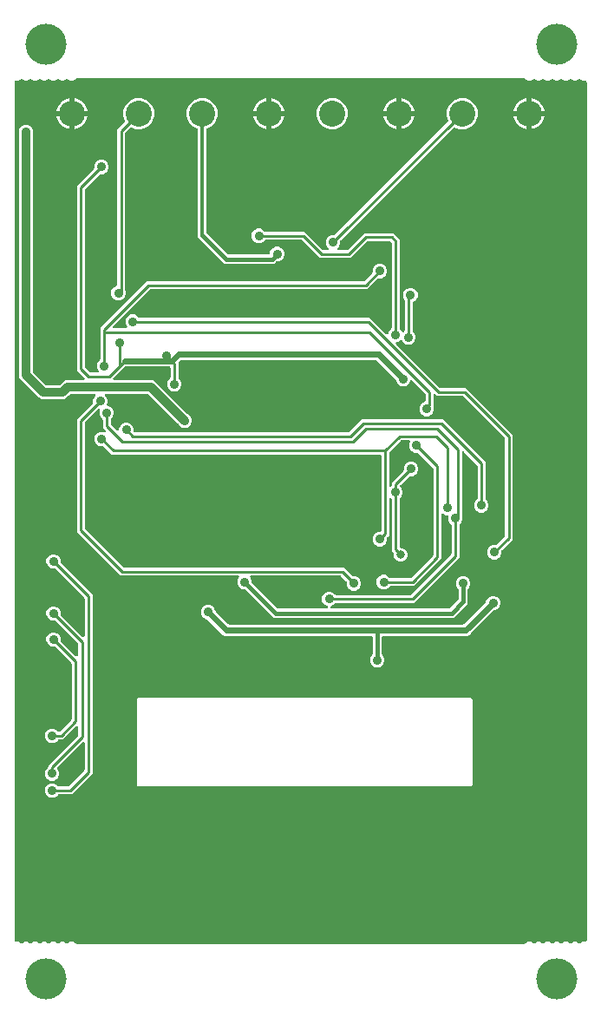
<source format=gbr>
G04 EAGLE Gerber RS-274X export*
G75*
%MOMM*%
%FSLAX34Y34*%
%LPD*%
%INBottom Copper*%
%IPPOS*%
%AMOC8*
5,1,8,0,0,1.08239X$1,22.5*%
G01*
%ADD10C,4.000000*%
%ADD11C,2.540000*%
%ADD12C,0.906400*%
%ADD13C,0.889000*%
%ADD14C,0.812800*%
%ADD15C,0.406400*%
%ADD16C,0.254000*%
%ADD17C,0.609600*%
%ADD18C,0.800100*%
%ADD19C,0.304800*%

G36*
X501714Y2553D02*
X501714Y2553D01*
X501814Y2556D01*
X501872Y2573D01*
X501932Y2581D01*
X502024Y2617D01*
X502119Y2645D01*
X502171Y2675D01*
X502228Y2698D01*
X502308Y2756D01*
X502393Y2806D01*
X502468Y2872D01*
X502485Y2884D01*
X502493Y2894D01*
X502514Y2912D01*
X503875Y4273D01*
X505727Y5041D01*
X507733Y5041D01*
X509585Y4273D01*
X510278Y3581D01*
X510372Y3508D01*
X510461Y3429D01*
X510497Y3411D01*
X510529Y3386D01*
X510638Y3339D01*
X510744Y3285D01*
X510783Y3276D01*
X510821Y3260D01*
X510938Y3241D01*
X511054Y3215D01*
X511095Y3216D01*
X511135Y3210D01*
X511253Y3221D01*
X511372Y3225D01*
X511411Y3236D01*
X511451Y3240D01*
X511563Y3280D01*
X511678Y3313D01*
X511713Y3334D01*
X511751Y3347D01*
X511849Y3414D01*
X511952Y3475D01*
X511997Y3515D01*
X512014Y3526D01*
X512027Y3541D01*
X512073Y3581D01*
X512765Y4273D01*
X514617Y5041D01*
X516623Y5041D01*
X518475Y4273D01*
X519168Y3581D01*
X519262Y3508D01*
X519351Y3429D01*
X519387Y3411D01*
X519419Y3386D01*
X519528Y3339D01*
X519634Y3285D01*
X519673Y3276D01*
X519711Y3260D01*
X519828Y3241D01*
X519944Y3215D01*
X519985Y3216D01*
X520025Y3210D01*
X520143Y3221D01*
X520262Y3225D01*
X520301Y3236D01*
X520341Y3240D01*
X520453Y3280D01*
X520568Y3313D01*
X520603Y3334D01*
X520641Y3347D01*
X520739Y3414D01*
X520842Y3475D01*
X520887Y3515D01*
X520904Y3526D01*
X520917Y3541D01*
X520963Y3581D01*
X521655Y4273D01*
X523507Y5041D01*
X525513Y5041D01*
X527365Y4273D01*
X528058Y3581D01*
X528152Y3508D01*
X528241Y3429D01*
X528277Y3411D01*
X528309Y3386D01*
X528418Y3339D01*
X528524Y3285D01*
X528563Y3276D01*
X528601Y3260D01*
X528718Y3241D01*
X528834Y3215D01*
X528875Y3216D01*
X528915Y3210D01*
X529033Y3221D01*
X529152Y3225D01*
X529191Y3236D01*
X529231Y3240D01*
X529343Y3280D01*
X529458Y3313D01*
X529493Y3334D01*
X529531Y3347D01*
X529629Y3414D01*
X529732Y3475D01*
X529777Y3515D01*
X529794Y3526D01*
X529807Y3541D01*
X529853Y3581D01*
X530545Y4273D01*
X532397Y5041D01*
X534403Y5041D01*
X536255Y4273D01*
X536948Y3581D01*
X537042Y3508D01*
X537131Y3429D01*
X537167Y3411D01*
X537199Y3386D01*
X537308Y3339D01*
X537414Y3285D01*
X537453Y3276D01*
X537491Y3260D01*
X537608Y3241D01*
X537724Y3215D01*
X537765Y3216D01*
X537805Y3210D01*
X537923Y3221D01*
X538042Y3225D01*
X538081Y3236D01*
X538121Y3240D01*
X538233Y3280D01*
X538348Y3313D01*
X538383Y3334D01*
X538421Y3347D01*
X538519Y3414D01*
X538622Y3475D01*
X538667Y3515D01*
X538684Y3526D01*
X538697Y3541D01*
X538743Y3581D01*
X539435Y4273D01*
X541287Y5041D01*
X543293Y5041D01*
X545145Y4273D01*
X545838Y3581D01*
X545932Y3508D01*
X546021Y3429D01*
X546057Y3411D01*
X546089Y3386D01*
X546198Y3339D01*
X546304Y3285D01*
X546343Y3276D01*
X546381Y3260D01*
X546498Y3241D01*
X546614Y3215D01*
X546655Y3216D01*
X546695Y3210D01*
X546813Y3221D01*
X546932Y3225D01*
X546971Y3236D01*
X547011Y3240D01*
X547123Y3280D01*
X547238Y3313D01*
X547273Y3334D01*
X547311Y3347D01*
X547409Y3414D01*
X547512Y3475D01*
X547557Y3515D01*
X547574Y3526D01*
X547587Y3541D01*
X547633Y3581D01*
X548325Y4273D01*
X550177Y5041D01*
X552183Y5041D01*
X554035Y4273D01*
X554728Y3581D01*
X554822Y3508D01*
X554911Y3429D01*
X554947Y3411D01*
X554979Y3386D01*
X555088Y3339D01*
X555194Y3285D01*
X555233Y3276D01*
X555271Y3260D01*
X555388Y3241D01*
X555504Y3215D01*
X555545Y3216D01*
X555585Y3210D01*
X555703Y3221D01*
X555822Y3225D01*
X555861Y3236D01*
X555901Y3240D01*
X556013Y3280D01*
X556128Y3313D01*
X556163Y3334D01*
X556201Y3347D01*
X556299Y3414D01*
X556402Y3475D01*
X556447Y3515D01*
X556464Y3526D01*
X556477Y3541D01*
X556523Y3581D01*
X557215Y4273D01*
X559067Y5041D01*
X561241Y5041D01*
X561260Y5037D01*
X561318Y5041D01*
X561325Y5041D01*
X561332Y5042D01*
X561368Y5044D01*
X561477Y5042D01*
X561526Y5054D01*
X561577Y5057D01*
X561680Y5090D01*
X561787Y5116D01*
X561831Y5139D01*
X561879Y5155D01*
X561971Y5213D01*
X562068Y5264D01*
X562105Y5298D01*
X562148Y5325D01*
X562223Y5404D01*
X562303Y5478D01*
X562331Y5520D01*
X562366Y5557D01*
X562419Y5652D01*
X562479Y5743D01*
X562495Y5791D01*
X562520Y5835D01*
X562547Y5941D01*
X562582Y6044D01*
X562586Y6094D01*
X562599Y6143D01*
X562609Y6304D01*
X562609Y843326D01*
X562603Y843376D01*
X562605Y843427D01*
X562583Y843534D01*
X562569Y843642D01*
X562551Y843689D01*
X562540Y843738D01*
X562492Y843836D01*
X562452Y843937D01*
X562423Y843978D01*
X562400Y844024D01*
X562330Y844107D01*
X562266Y844195D01*
X562227Y844227D01*
X562194Y844266D01*
X562104Y844328D01*
X562021Y844398D01*
X561975Y844419D01*
X561933Y844448D01*
X561831Y844487D01*
X561733Y844533D01*
X561683Y844543D01*
X561636Y844561D01*
X561527Y844572D01*
X561421Y844593D01*
X561370Y844590D01*
X561320Y844595D01*
X561277Y844589D01*
X559067Y844589D01*
X557215Y845357D01*
X556523Y846049D01*
X556429Y846122D01*
X556339Y846201D01*
X556303Y846219D01*
X556271Y846244D01*
X556162Y846291D01*
X556056Y846345D01*
X556017Y846354D01*
X555979Y846370D01*
X555862Y846389D01*
X555746Y846415D01*
X555705Y846414D01*
X555665Y846420D01*
X555547Y846409D01*
X555428Y846405D01*
X555389Y846394D01*
X555349Y846390D01*
X555237Y846350D01*
X555122Y846317D01*
X555087Y846296D01*
X555049Y846283D01*
X554951Y846216D01*
X554848Y846155D01*
X554803Y846115D01*
X554786Y846104D01*
X554773Y846089D01*
X554728Y846049D01*
X554035Y845357D01*
X552183Y844589D01*
X550177Y844589D01*
X548325Y845357D01*
X547633Y846049D01*
X547539Y846122D01*
X547449Y846201D01*
X547413Y846219D01*
X547381Y846244D01*
X547272Y846291D01*
X547166Y846345D01*
X547127Y846354D01*
X547089Y846370D01*
X546972Y846389D01*
X546856Y846415D01*
X546815Y846414D01*
X546775Y846420D01*
X546657Y846409D01*
X546538Y846405D01*
X546499Y846394D01*
X546459Y846390D01*
X546347Y846350D01*
X546232Y846317D01*
X546197Y846296D01*
X546159Y846283D01*
X546061Y846216D01*
X545958Y846155D01*
X545913Y846115D01*
X545896Y846104D01*
X545883Y846089D01*
X545838Y846049D01*
X545145Y845357D01*
X543293Y844589D01*
X541287Y844589D01*
X539435Y845357D01*
X538743Y846049D01*
X538649Y846122D01*
X538559Y846201D01*
X538523Y846219D01*
X538491Y846244D01*
X538382Y846291D01*
X538276Y846345D01*
X538237Y846354D01*
X538199Y846370D01*
X538082Y846389D01*
X537966Y846415D01*
X537925Y846414D01*
X537885Y846420D01*
X537767Y846409D01*
X537648Y846405D01*
X537609Y846394D01*
X537569Y846390D01*
X537457Y846350D01*
X537342Y846317D01*
X537307Y846296D01*
X537269Y846283D01*
X537171Y846216D01*
X537068Y846155D01*
X537023Y846115D01*
X537006Y846104D01*
X536993Y846089D01*
X536948Y846049D01*
X536255Y845357D01*
X534403Y844589D01*
X532397Y844589D01*
X530545Y845357D01*
X529853Y846049D01*
X529759Y846122D01*
X529669Y846201D01*
X529633Y846219D01*
X529601Y846244D01*
X529492Y846291D01*
X529386Y846345D01*
X529347Y846354D01*
X529309Y846370D01*
X529192Y846389D01*
X529076Y846415D01*
X529035Y846414D01*
X528995Y846420D01*
X528877Y846409D01*
X528758Y846405D01*
X528719Y846394D01*
X528679Y846390D01*
X528567Y846350D01*
X528452Y846317D01*
X528417Y846296D01*
X528379Y846283D01*
X528281Y846216D01*
X528178Y846155D01*
X528133Y846115D01*
X528116Y846104D01*
X528103Y846089D01*
X528058Y846049D01*
X527365Y845357D01*
X525513Y844589D01*
X523507Y844589D01*
X521655Y845357D01*
X520963Y846049D01*
X520869Y846122D01*
X520779Y846201D01*
X520743Y846219D01*
X520711Y846244D01*
X520602Y846291D01*
X520496Y846345D01*
X520457Y846354D01*
X520419Y846370D01*
X520302Y846389D01*
X520186Y846415D01*
X520145Y846414D01*
X520105Y846420D01*
X519987Y846409D01*
X519868Y846405D01*
X519829Y846394D01*
X519789Y846390D01*
X519677Y846350D01*
X519562Y846317D01*
X519527Y846296D01*
X519489Y846283D01*
X519391Y846216D01*
X519288Y846155D01*
X519243Y846115D01*
X519226Y846104D01*
X519213Y846089D01*
X519168Y846049D01*
X518475Y845357D01*
X516623Y844589D01*
X514617Y844589D01*
X512765Y845357D01*
X512073Y846049D01*
X511979Y846122D01*
X511889Y846201D01*
X511853Y846219D01*
X511821Y846244D01*
X511712Y846291D01*
X511606Y846345D01*
X511567Y846354D01*
X511529Y846370D01*
X511412Y846389D01*
X511296Y846415D01*
X511255Y846414D01*
X511215Y846420D01*
X511097Y846409D01*
X510978Y846405D01*
X510939Y846394D01*
X510899Y846390D01*
X510787Y846350D01*
X510672Y846317D01*
X510637Y846296D01*
X510599Y846283D01*
X510501Y846216D01*
X510398Y846155D01*
X510353Y846115D01*
X510336Y846104D01*
X510323Y846089D01*
X510278Y846049D01*
X509585Y845357D01*
X507733Y844589D01*
X505727Y844589D01*
X503875Y845357D01*
X502514Y846718D01*
X502436Y846778D01*
X502363Y846846D01*
X502310Y846875D01*
X502263Y846912D01*
X502172Y846952D01*
X502085Y847000D01*
X502026Y847015D01*
X501971Y847039D01*
X501873Y847054D01*
X501777Y847079D01*
X501677Y847085D01*
X501657Y847089D01*
X501644Y847087D01*
X501616Y847089D01*
X64804Y847089D01*
X64706Y847077D01*
X64606Y847074D01*
X64548Y847057D01*
X64488Y847049D01*
X64396Y847013D01*
X64301Y846985D01*
X64249Y846955D01*
X64192Y846932D01*
X64112Y846874D01*
X64027Y846824D01*
X63952Y846758D01*
X63935Y846746D01*
X63927Y846736D01*
X63906Y846718D01*
X62545Y845357D01*
X60693Y844589D01*
X58687Y844589D01*
X56835Y845357D01*
X56143Y846049D01*
X56049Y846122D01*
X55959Y846201D01*
X55923Y846219D01*
X55891Y846244D01*
X55782Y846291D01*
X55676Y846345D01*
X55637Y846354D01*
X55599Y846370D01*
X55482Y846389D01*
X55366Y846415D01*
X55325Y846414D01*
X55285Y846420D01*
X55167Y846409D01*
X55048Y846405D01*
X55009Y846394D01*
X54969Y846390D01*
X54857Y846350D01*
X54742Y846317D01*
X54707Y846296D01*
X54669Y846283D01*
X54571Y846216D01*
X54468Y846155D01*
X54423Y846115D01*
X54406Y846104D01*
X54393Y846089D01*
X54348Y846049D01*
X53655Y845357D01*
X51803Y844589D01*
X49797Y844589D01*
X47945Y845357D01*
X47253Y846049D01*
X47159Y846122D01*
X47069Y846201D01*
X47033Y846219D01*
X47001Y846244D01*
X46892Y846291D01*
X46786Y846345D01*
X46747Y846354D01*
X46709Y846370D01*
X46592Y846389D01*
X46476Y846415D01*
X46435Y846414D01*
X46395Y846420D01*
X46277Y846409D01*
X46158Y846405D01*
X46119Y846394D01*
X46079Y846390D01*
X45967Y846350D01*
X45852Y846317D01*
X45817Y846296D01*
X45779Y846283D01*
X45681Y846216D01*
X45578Y846155D01*
X45533Y846115D01*
X45516Y846104D01*
X45503Y846089D01*
X45458Y846049D01*
X44765Y845357D01*
X42913Y844589D01*
X40907Y844589D01*
X39055Y845357D01*
X38363Y846049D01*
X38269Y846122D01*
X38179Y846201D01*
X38143Y846219D01*
X38111Y846244D01*
X38002Y846291D01*
X37896Y846345D01*
X37857Y846354D01*
X37819Y846370D01*
X37702Y846389D01*
X37586Y846415D01*
X37545Y846414D01*
X37505Y846420D01*
X37387Y846409D01*
X37268Y846405D01*
X37229Y846394D01*
X37189Y846390D01*
X37077Y846350D01*
X36962Y846317D01*
X36927Y846296D01*
X36889Y846283D01*
X36791Y846216D01*
X36688Y846155D01*
X36643Y846115D01*
X36626Y846104D01*
X36613Y846089D01*
X36568Y846049D01*
X35875Y845357D01*
X34023Y844589D01*
X32017Y844589D01*
X30165Y845357D01*
X29473Y846049D01*
X29379Y846122D01*
X29289Y846201D01*
X29253Y846219D01*
X29221Y846244D01*
X29112Y846291D01*
X29006Y846345D01*
X28967Y846354D01*
X28929Y846370D01*
X28812Y846389D01*
X28696Y846415D01*
X28655Y846414D01*
X28615Y846420D01*
X28497Y846409D01*
X28378Y846405D01*
X28339Y846394D01*
X28299Y846390D01*
X28187Y846350D01*
X28072Y846317D01*
X28037Y846296D01*
X27999Y846283D01*
X27901Y846216D01*
X27798Y846155D01*
X27753Y846115D01*
X27736Y846104D01*
X27723Y846089D01*
X27678Y846049D01*
X26985Y845357D01*
X25133Y844589D01*
X23127Y844589D01*
X21275Y845357D01*
X20583Y846049D01*
X20489Y846122D01*
X20399Y846201D01*
X20363Y846219D01*
X20331Y846244D01*
X20222Y846291D01*
X20116Y846345D01*
X20077Y846354D01*
X20039Y846370D01*
X19922Y846389D01*
X19806Y846415D01*
X19765Y846414D01*
X19725Y846420D01*
X19607Y846409D01*
X19488Y846405D01*
X19449Y846394D01*
X19409Y846390D01*
X19297Y846350D01*
X19182Y846317D01*
X19147Y846296D01*
X19109Y846283D01*
X19011Y846216D01*
X18908Y846155D01*
X18863Y846115D01*
X18846Y846104D01*
X18833Y846089D01*
X18788Y846049D01*
X18095Y845357D01*
X16243Y844589D01*
X14237Y844589D01*
X12385Y845357D01*
X11693Y846049D01*
X11599Y846122D01*
X11509Y846201D01*
X11473Y846219D01*
X11441Y846244D01*
X11332Y846291D01*
X11226Y846345D01*
X11187Y846354D01*
X11149Y846370D01*
X11032Y846389D01*
X10916Y846415D01*
X10875Y846414D01*
X10835Y846420D01*
X10717Y846409D01*
X10598Y846405D01*
X10559Y846394D01*
X10519Y846390D01*
X10407Y846350D01*
X10292Y846317D01*
X10257Y846296D01*
X10219Y846283D01*
X10121Y846216D01*
X10018Y846155D01*
X9973Y846115D01*
X9956Y846104D01*
X9943Y846089D01*
X9898Y846049D01*
X9205Y845357D01*
X7353Y844589D01*
X5179Y844589D01*
X5161Y844593D01*
X5103Y844589D01*
X5095Y844589D01*
X5087Y844588D01*
X5051Y844586D01*
X4942Y844588D01*
X4893Y844576D01*
X4843Y844573D01*
X4739Y844539D01*
X4632Y844514D01*
X4588Y844490D01*
X4541Y844475D01*
X4448Y844416D01*
X4351Y844365D01*
X4314Y844332D01*
X4272Y844305D01*
X4197Y844225D01*
X4116Y844151D01*
X4088Y844110D01*
X4054Y844073D01*
X4001Y843977D01*
X3941Y843886D01*
X3925Y843839D01*
X3900Y843795D01*
X3873Y843689D01*
X3837Y843585D01*
X3833Y843535D01*
X3821Y843487D01*
X3811Y843326D01*
X3811Y6304D01*
X3817Y6254D01*
X3815Y6204D01*
X3833Y6117D01*
X3833Y6112D01*
X3835Y6105D01*
X3837Y6097D01*
X3851Y5988D01*
X3869Y5942D01*
X3879Y5893D01*
X3927Y5794D01*
X3968Y5693D01*
X3997Y5652D01*
X4019Y5607D01*
X4090Y5524D01*
X4154Y5435D01*
X4193Y5403D01*
X4225Y5365D01*
X4315Y5302D01*
X4399Y5232D01*
X4445Y5211D01*
X4486Y5182D01*
X4588Y5144D01*
X4687Y5097D01*
X4736Y5088D01*
X4783Y5070D01*
X4892Y5058D01*
X5000Y5037D01*
X5049Y5040D01*
X5099Y5035D01*
X5141Y5041D01*
X7353Y5041D01*
X9205Y4273D01*
X9898Y3581D01*
X9992Y3508D01*
X10081Y3429D01*
X10117Y3411D01*
X10149Y3386D01*
X10258Y3339D01*
X10364Y3285D01*
X10403Y3276D01*
X10441Y3260D01*
X10558Y3241D01*
X10674Y3215D01*
X10715Y3216D01*
X10755Y3210D01*
X10873Y3221D01*
X10992Y3225D01*
X11031Y3236D01*
X11071Y3240D01*
X11183Y3280D01*
X11298Y3313D01*
X11333Y3334D01*
X11371Y3347D01*
X11469Y3414D01*
X11572Y3475D01*
X11617Y3515D01*
X11634Y3526D01*
X11647Y3541D01*
X11693Y3581D01*
X12385Y4273D01*
X14237Y5041D01*
X16243Y5041D01*
X18095Y4273D01*
X18788Y3581D01*
X18882Y3508D01*
X18971Y3429D01*
X19007Y3411D01*
X19039Y3386D01*
X19148Y3339D01*
X19254Y3285D01*
X19293Y3276D01*
X19331Y3260D01*
X19448Y3241D01*
X19564Y3215D01*
X19605Y3216D01*
X19645Y3210D01*
X19763Y3221D01*
X19882Y3225D01*
X19921Y3236D01*
X19961Y3240D01*
X20073Y3280D01*
X20188Y3313D01*
X20223Y3334D01*
X20261Y3347D01*
X20359Y3414D01*
X20462Y3475D01*
X20507Y3515D01*
X20524Y3526D01*
X20537Y3541D01*
X20583Y3581D01*
X21275Y4273D01*
X23127Y5041D01*
X25133Y5041D01*
X26985Y4273D01*
X27678Y3581D01*
X27772Y3508D01*
X27861Y3429D01*
X27897Y3411D01*
X27929Y3386D01*
X28038Y3339D01*
X28144Y3285D01*
X28183Y3276D01*
X28221Y3260D01*
X28338Y3241D01*
X28454Y3215D01*
X28495Y3216D01*
X28535Y3210D01*
X28653Y3221D01*
X28772Y3225D01*
X28811Y3236D01*
X28851Y3240D01*
X28963Y3280D01*
X29078Y3313D01*
X29113Y3334D01*
X29151Y3347D01*
X29249Y3414D01*
X29352Y3475D01*
X29397Y3515D01*
X29414Y3526D01*
X29427Y3541D01*
X29473Y3581D01*
X30165Y4273D01*
X32017Y5041D01*
X34023Y5041D01*
X35875Y4273D01*
X36568Y3581D01*
X36662Y3508D01*
X36751Y3429D01*
X36787Y3411D01*
X36819Y3386D01*
X36928Y3339D01*
X37034Y3285D01*
X37073Y3276D01*
X37111Y3260D01*
X37228Y3241D01*
X37344Y3215D01*
X37385Y3216D01*
X37425Y3210D01*
X37543Y3221D01*
X37662Y3225D01*
X37701Y3236D01*
X37741Y3240D01*
X37853Y3280D01*
X37968Y3313D01*
X38003Y3334D01*
X38041Y3347D01*
X38139Y3414D01*
X38242Y3475D01*
X38287Y3515D01*
X38304Y3526D01*
X38317Y3541D01*
X38363Y3581D01*
X39055Y4273D01*
X40907Y5041D01*
X42913Y5041D01*
X44765Y4273D01*
X45458Y3581D01*
X45552Y3508D01*
X45641Y3429D01*
X45677Y3411D01*
X45709Y3386D01*
X45818Y3339D01*
X45924Y3285D01*
X45963Y3276D01*
X46001Y3260D01*
X46118Y3241D01*
X46234Y3215D01*
X46275Y3216D01*
X46315Y3210D01*
X46433Y3221D01*
X46552Y3225D01*
X46591Y3236D01*
X46631Y3240D01*
X46743Y3280D01*
X46858Y3313D01*
X46893Y3334D01*
X46931Y3347D01*
X47029Y3414D01*
X47132Y3475D01*
X47177Y3515D01*
X47194Y3526D01*
X47207Y3541D01*
X47253Y3581D01*
X47945Y4273D01*
X49797Y5041D01*
X51803Y5041D01*
X53655Y4273D01*
X54348Y3581D01*
X54442Y3508D01*
X54531Y3429D01*
X54567Y3411D01*
X54599Y3386D01*
X54708Y3339D01*
X54814Y3285D01*
X54853Y3276D01*
X54891Y3260D01*
X55008Y3241D01*
X55124Y3215D01*
X55165Y3216D01*
X55205Y3210D01*
X55323Y3221D01*
X55442Y3225D01*
X55481Y3236D01*
X55521Y3240D01*
X55633Y3280D01*
X55748Y3313D01*
X55783Y3334D01*
X55821Y3347D01*
X55919Y3414D01*
X56022Y3475D01*
X56067Y3515D01*
X56084Y3526D01*
X56097Y3541D01*
X56143Y3581D01*
X56835Y4273D01*
X58687Y5041D01*
X60693Y5041D01*
X62545Y4273D01*
X63906Y2912D01*
X63984Y2852D01*
X64057Y2784D01*
X64110Y2755D01*
X64157Y2718D01*
X64248Y2678D01*
X64335Y2630D01*
X64394Y2615D01*
X64449Y2591D01*
X64547Y2576D01*
X64643Y2551D01*
X64743Y2545D01*
X64763Y2541D01*
X64776Y2543D01*
X64804Y2541D01*
X501616Y2541D01*
X501714Y2553D01*
G37*
%LPC*%
G36*
X257186Y320547D02*
X257186Y320547D01*
X229578Y348156D01*
X229499Y348216D01*
X229427Y348284D01*
X229374Y348313D01*
X229326Y348350D01*
X229235Y348390D01*
X229149Y348438D01*
X229090Y348453D01*
X229035Y348477D01*
X228937Y348492D01*
X228841Y348517D01*
X228741Y348523D01*
X228720Y348527D01*
X228708Y348525D01*
X228680Y348527D01*
X227193Y348527D01*
X224594Y349604D01*
X222604Y351594D01*
X221527Y354193D01*
X221527Y357007D01*
X222604Y359606D01*
X222780Y359782D01*
X222865Y359892D01*
X222954Y359999D01*
X222963Y360018D01*
X222975Y360034D01*
X223030Y360161D01*
X223090Y360287D01*
X223093Y360307D01*
X223101Y360326D01*
X223123Y360463D01*
X223149Y360600D01*
X223148Y360620D01*
X223151Y360640D01*
X223138Y360778D01*
X223130Y360917D01*
X223123Y360936D01*
X223122Y360956D01*
X223074Y361087D01*
X223032Y361219D01*
X223021Y361236D01*
X223014Y361256D01*
X222936Y361371D01*
X222861Y361488D01*
X222847Y361502D01*
X222835Y361519D01*
X222731Y361611D01*
X222630Y361706D01*
X222612Y361716D01*
X222597Y361729D01*
X222473Y361793D01*
X222351Y361860D01*
X222332Y361865D01*
X222314Y361874D01*
X222178Y361904D01*
X222043Y361939D01*
X222015Y361941D01*
X222003Y361944D01*
X221983Y361943D01*
X221883Y361949D01*
X107642Y361949D01*
X64769Y404822D01*
X64769Y514658D01*
X80273Y530162D01*
X80333Y530240D01*
X80401Y530312D01*
X80430Y530365D01*
X80467Y530413D01*
X80507Y530504D01*
X80555Y530591D01*
X80570Y530649D01*
X80594Y530705D01*
X80609Y530803D01*
X80634Y530899D01*
X80640Y530999D01*
X80644Y531019D01*
X80642Y531031D01*
X80644Y531059D01*
X80644Y533520D01*
X81708Y536087D01*
X82949Y537329D01*
X83034Y537438D01*
X83123Y537545D01*
X83132Y537564D01*
X83144Y537580D01*
X83199Y537707D01*
X83259Y537833D01*
X83262Y537853D01*
X83271Y537872D01*
X83292Y538010D01*
X83318Y538146D01*
X83317Y538166D01*
X83320Y538186D01*
X83307Y538325D01*
X83299Y538463D01*
X83292Y538482D01*
X83291Y538502D01*
X83243Y538634D01*
X83201Y538765D01*
X83190Y538783D01*
X83183Y538802D01*
X83105Y538917D01*
X83030Y539034D01*
X83016Y539048D01*
X83004Y539065D01*
X82900Y539157D01*
X82799Y539252D01*
X82781Y539262D01*
X82766Y539275D01*
X82642Y539339D01*
X82520Y539406D01*
X82501Y539411D01*
X82483Y539420D01*
X82347Y539450D01*
X82212Y539485D01*
X82184Y539487D01*
X82172Y539490D01*
X82152Y539489D01*
X82052Y539495D01*
X59141Y539495D01*
X59043Y539483D01*
X58944Y539480D01*
X58886Y539463D01*
X58826Y539455D01*
X58734Y539419D01*
X58639Y539391D01*
X58587Y539361D01*
X58530Y539338D01*
X58450Y539280D01*
X58365Y539230D01*
X58289Y539164D01*
X58273Y539152D01*
X58265Y539142D01*
X58244Y539124D01*
X56578Y537457D01*
X54541Y535421D01*
X52114Y534415D01*
X30436Y534415D01*
X28009Y535421D01*
X9641Y553789D01*
X8635Y556216D01*
X8635Y792458D01*
X8634Y792467D01*
X8635Y792477D01*
X8614Y792625D01*
X8595Y792774D01*
X8592Y792782D01*
X8591Y792792D01*
X8539Y792944D01*
X8254Y793630D01*
X8254Y796410D01*
X9318Y798977D01*
X11283Y800942D01*
X13850Y802006D01*
X16630Y802006D01*
X19197Y800942D01*
X21162Y798977D01*
X22226Y796410D01*
X22226Y793630D01*
X21941Y792944D01*
X21939Y792935D01*
X21934Y792927D01*
X21897Y792782D01*
X21857Y792637D01*
X21857Y792628D01*
X21855Y792619D01*
X21845Y792458D01*
X21845Y560792D01*
X21857Y560693D01*
X21860Y560594D01*
X21877Y560536D01*
X21885Y560476D01*
X21921Y560384D01*
X21949Y560289D01*
X21979Y560237D01*
X22002Y560180D01*
X22060Y560100D01*
X22110Y560015D01*
X22176Y559939D01*
X22188Y559923D01*
X22198Y559915D01*
X22216Y559894D01*
X34114Y547996D01*
X34192Y547936D01*
X34264Y547868D01*
X34317Y547839D01*
X34365Y547802D01*
X34456Y547762D01*
X34543Y547714D01*
X34601Y547699D01*
X34657Y547675D01*
X34755Y547660D01*
X34851Y547635D01*
X34951Y547629D01*
X34971Y547625D01*
X34984Y547627D01*
X35012Y547625D01*
X47539Y547625D01*
X47637Y547637D01*
X47736Y547640D01*
X47794Y547657D01*
X47854Y547665D01*
X47946Y547701D01*
X48041Y547729D01*
X48093Y547759D01*
X48150Y547782D01*
X48230Y547840D01*
X48315Y547890D01*
X48391Y547956D01*
X48407Y547968D01*
X48415Y547978D01*
X48436Y547996D01*
X50102Y549663D01*
X52139Y551699D01*
X54566Y552705D01*
X71302Y552705D01*
X71439Y552722D01*
X71578Y552735D01*
X71597Y552742D01*
X71617Y552745D01*
X71746Y552796D01*
X71877Y552843D01*
X71894Y552854D01*
X71913Y552862D01*
X72026Y552943D01*
X72141Y553021D01*
X72154Y553037D01*
X72170Y553048D01*
X72259Y553156D01*
X72351Y553260D01*
X72360Y553278D01*
X72373Y553293D01*
X72432Y553419D01*
X72496Y553543D01*
X72500Y553563D01*
X72509Y553581D01*
X72535Y553717D01*
X72565Y553853D01*
X72565Y553874D01*
X72569Y553893D01*
X72560Y554032D01*
X72556Y554171D01*
X72550Y554191D01*
X72549Y554211D01*
X72506Y554343D01*
X72467Y554477D01*
X72457Y554494D01*
X72451Y554513D01*
X72376Y554631D01*
X72306Y554751D01*
X72287Y554772D01*
X72281Y554782D01*
X72266Y554796D01*
X72199Y554871D01*
X67373Y559698D01*
X64769Y562302D01*
X64769Y741988D01*
X81543Y758762D01*
X81603Y758840D01*
X81671Y758912D01*
X81700Y758965D01*
X81737Y759013D01*
X81777Y759104D01*
X81825Y759191D01*
X81840Y759249D01*
X81864Y759305D01*
X81879Y759403D01*
X81904Y759499D01*
X81910Y759599D01*
X81914Y759619D01*
X81912Y759631D01*
X81914Y759659D01*
X81914Y762120D01*
X82978Y764687D01*
X84943Y766652D01*
X87510Y767716D01*
X90290Y767716D01*
X92857Y766652D01*
X94822Y764687D01*
X95886Y762120D01*
X95886Y759340D01*
X94822Y756773D01*
X92857Y754808D01*
X90290Y753744D01*
X87829Y753744D01*
X87731Y753732D01*
X87632Y753729D01*
X87574Y753712D01*
X87514Y753704D01*
X87422Y753668D01*
X87326Y753640D01*
X87274Y753610D01*
X87218Y753587D01*
X87138Y753529D01*
X87053Y753479D01*
X86977Y753413D01*
X86961Y753401D01*
X86953Y753391D01*
X86932Y753373D01*
X72762Y739203D01*
X72702Y739125D01*
X72634Y739053D01*
X72605Y739000D01*
X72568Y738952D01*
X72528Y738861D01*
X72480Y738774D01*
X72465Y738716D01*
X72441Y738660D01*
X72426Y738562D01*
X72401Y738466D01*
X72395Y738366D01*
X72391Y738346D01*
X72393Y738334D01*
X72391Y738306D01*
X72391Y565984D01*
X72403Y565886D01*
X72406Y565787D01*
X72423Y565729D01*
X72431Y565669D01*
X72467Y565577D01*
X72495Y565481D01*
X72525Y565429D01*
X72548Y565373D01*
X72606Y565293D01*
X72656Y565208D01*
X72722Y565132D01*
X72734Y565116D01*
X72744Y565108D01*
X72762Y565087D01*
X77407Y560442D01*
X77485Y560382D01*
X77557Y560314D01*
X77610Y560285D01*
X77658Y560248D01*
X77749Y560208D01*
X77836Y560160D01*
X77894Y560145D01*
X77950Y560121D01*
X78048Y560106D01*
X78144Y560081D01*
X78244Y560075D01*
X78264Y560071D01*
X78276Y560073D01*
X78304Y560071D01*
X84846Y560071D01*
X84984Y560088D01*
X85122Y560101D01*
X85141Y560108D01*
X85161Y560111D01*
X85291Y560162D01*
X85421Y560209D01*
X85438Y560220D01*
X85457Y560228D01*
X85569Y560309D01*
X85685Y560387D01*
X85698Y560403D01*
X85714Y560414D01*
X85803Y560521D01*
X85895Y560626D01*
X85904Y560644D01*
X85917Y560659D01*
X85976Y560785D01*
X86040Y560909D01*
X86044Y560929D01*
X86053Y560947D01*
X86079Y561083D01*
X86109Y561219D01*
X86109Y561240D01*
X86112Y561259D01*
X86104Y561398D01*
X86100Y561537D01*
X86094Y561557D01*
X86093Y561577D01*
X86050Y561709D01*
X86011Y561843D01*
X86001Y561860D01*
X85995Y561879D01*
X85920Y561997D01*
X85850Y562117D01*
X85831Y562138D01*
X85824Y562148D01*
X85810Y562162D01*
X85743Y562238D01*
X85518Y562463D01*
X84454Y565030D01*
X84454Y567810D01*
X85518Y570377D01*
X87258Y572117D01*
X87318Y572195D01*
X87386Y572267D01*
X87415Y572320D01*
X87452Y572368D01*
X87492Y572459D01*
X87540Y572546D01*
X87555Y572604D01*
X87579Y572660D01*
X87594Y572758D01*
X87619Y572854D01*
X87625Y572954D01*
X87629Y572974D01*
X87627Y572986D01*
X87629Y573014D01*
X87629Y603558D01*
X133042Y648971D01*
X344606Y648971D01*
X344704Y648983D01*
X344803Y648986D01*
X344861Y649003D01*
X344921Y649011D01*
X345013Y649047D01*
X345109Y649075D01*
X345161Y649105D01*
X345217Y649128D01*
X345297Y649186D01*
X345382Y649236D01*
X345458Y649302D01*
X345474Y649314D01*
X345482Y649324D01*
X345503Y649342D01*
X353236Y657075D01*
X353296Y657153D01*
X353364Y657225D01*
X353393Y657278D01*
X353430Y657326D01*
X353470Y657417D01*
X353518Y657504D01*
X353533Y657562D01*
X353557Y657618D01*
X353572Y657716D01*
X353597Y657812D01*
X353603Y657912D01*
X353607Y657932D01*
X353605Y657944D01*
X353607Y657972D01*
X353607Y660537D01*
X354684Y663136D01*
X356674Y665126D01*
X359273Y666203D01*
X362087Y666203D01*
X364686Y665126D01*
X366676Y663136D01*
X367753Y660537D01*
X367753Y657723D01*
X366676Y655124D01*
X364686Y653134D01*
X362087Y652057D01*
X359522Y652057D01*
X359424Y652045D01*
X359325Y652042D01*
X359267Y652025D01*
X359207Y652017D01*
X359115Y651981D01*
X359019Y651953D01*
X358967Y651923D01*
X358911Y651900D01*
X358831Y651842D01*
X358746Y651792D01*
X358670Y651726D01*
X358654Y651714D01*
X358646Y651704D01*
X358625Y651686D01*
X348288Y641349D01*
X136724Y641349D01*
X136626Y641337D01*
X136527Y641334D01*
X136469Y641317D01*
X136409Y641309D01*
X136317Y641273D01*
X136221Y641245D01*
X136169Y641215D01*
X136113Y641192D01*
X136033Y641134D01*
X135948Y641084D01*
X135872Y641018D01*
X135856Y641006D01*
X135848Y640996D01*
X135827Y640978D01*
X100267Y605417D01*
X100181Y605308D01*
X100093Y605201D01*
X100084Y605182D01*
X100072Y605166D01*
X100016Y605038D01*
X99957Y604913D01*
X99953Y604893D01*
X99945Y604874D01*
X99923Y604736D01*
X99897Y604600D01*
X99899Y604580D01*
X99896Y604560D01*
X99909Y604421D01*
X99917Y604283D01*
X99923Y604264D01*
X99925Y604244D01*
X99973Y604112D01*
X100015Y603981D01*
X100026Y603963D01*
X100033Y603944D01*
X100111Y603829D01*
X100185Y603712D01*
X100200Y603698D01*
X100212Y603681D01*
X100316Y603589D01*
X100417Y603494D01*
X100435Y603484D01*
X100450Y603471D01*
X100574Y603407D01*
X100696Y603340D01*
X100715Y603335D01*
X100733Y603326D01*
X100869Y603296D01*
X101003Y603261D01*
X101032Y603259D01*
X101043Y603256D01*
X101064Y603257D01*
X101164Y603251D01*
X112663Y603251D01*
X112801Y603268D01*
X112939Y603281D01*
X112958Y603288D01*
X112978Y603291D01*
X113108Y603342D01*
X113238Y603389D01*
X113255Y603400D01*
X113274Y603408D01*
X113386Y603489D01*
X113502Y603567D01*
X113515Y603583D01*
X113531Y603594D01*
X113620Y603702D01*
X113712Y603806D01*
X113721Y603824D01*
X113734Y603839D01*
X113793Y603965D01*
X113857Y604089D01*
X113861Y604109D01*
X113870Y604127D01*
X113896Y604263D01*
X113926Y604399D01*
X113926Y604420D01*
X113929Y604439D01*
X113921Y604578D01*
X113917Y604717D01*
X113911Y604737D01*
X113910Y604757D01*
X113867Y604889D01*
X113828Y605023D01*
X113818Y605040D01*
X113812Y605059D01*
X113737Y605177D01*
X113667Y605297D01*
X113648Y605318D01*
X113641Y605328D01*
X113626Y605342D01*
X113560Y605418D01*
X113384Y605594D01*
X112307Y608193D01*
X112307Y611007D01*
X113384Y613606D01*
X115374Y615596D01*
X117973Y616673D01*
X120787Y616673D01*
X123386Y615596D01*
X125200Y613782D01*
X125278Y613722D01*
X125350Y613654D01*
X125403Y613625D01*
X125451Y613588D01*
X125542Y613548D01*
X125629Y613500D01*
X125687Y613485D01*
X125743Y613461D01*
X125841Y613446D01*
X125937Y613421D01*
X126037Y613415D01*
X126057Y613411D01*
X126069Y613413D01*
X126097Y613411D01*
X350828Y613411D01*
X366681Y597559D01*
X366790Y597473D01*
X366897Y597385D01*
X366916Y597376D01*
X366932Y597364D01*
X367060Y597308D01*
X367185Y597249D01*
X367205Y597245D01*
X367224Y597237D01*
X367362Y597215D01*
X367498Y597189D01*
X367518Y597191D01*
X367538Y597188D01*
X367677Y597201D01*
X367815Y597209D01*
X367834Y597215D01*
X367854Y597217D01*
X367986Y597265D01*
X368117Y597307D01*
X368135Y597318D01*
X368154Y597325D01*
X368269Y597403D01*
X368386Y597477D01*
X368400Y597492D01*
X368417Y597504D01*
X368509Y597608D01*
X368604Y597709D01*
X368614Y597727D01*
X368627Y597742D01*
X368691Y597866D01*
X368758Y597988D01*
X368763Y598007D01*
X368772Y598025D01*
X368802Y598161D01*
X368828Y598260D01*
X369924Y600906D01*
X371738Y602720D01*
X371798Y602798D01*
X371866Y602870D01*
X371895Y602923D01*
X371932Y602971D01*
X371972Y603062D01*
X372020Y603149D01*
X372035Y603207D01*
X372059Y603263D01*
X372074Y603361D01*
X372099Y603457D01*
X372105Y603557D01*
X372109Y603577D01*
X372107Y603589D01*
X372109Y603617D01*
X372109Y686236D01*
X372097Y686334D01*
X372094Y686433D01*
X372077Y686491D01*
X372069Y686551D01*
X372033Y686643D01*
X372005Y686739D01*
X371975Y686791D01*
X371952Y686847D01*
X371894Y686927D01*
X371844Y687012D01*
X371778Y687088D01*
X371766Y687104D01*
X371756Y687112D01*
X371738Y687133D01*
X370903Y687968D01*
X370825Y688028D01*
X370753Y688096D01*
X370700Y688125D01*
X370652Y688162D01*
X370561Y688202D01*
X370474Y688250D01*
X370416Y688265D01*
X370360Y688289D01*
X370262Y688304D01*
X370166Y688329D01*
X370066Y688335D01*
X370046Y688339D01*
X370034Y688337D01*
X370006Y688339D01*
X348814Y688339D01*
X348716Y688327D01*
X348617Y688324D01*
X348559Y688307D01*
X348499Y688299D01*
X348407Y688263D01*
X348311Y688235D01*
X348259Y688205D01*
X348203Y688182D01*
X348123Y688124D01*
X348038Y688074D01*
X347962Y688008D01*
X347946Y687996D01*
X347938Y687986D01*
X347917Y687968D01*
X331778Y671829D01*
X301952Y671829D01*
X284543Y689238D01*
X284465Y689298D01*
X284393Y689366D01*
X284340Y689395D01*
X284292Y689432D01*
X284201Y689472D01*
X284114Y689520D01*
X284056Y689535D01*
X284000Y689559D01*
X283902Y689574D01*
X283806Y689599D01*
X283706Y689605D01*
X283686Y689609D01*
X283674Y689607D01*
X283646Y689609D01*
X249287Y689609D01*
X249189Y689597D01*
X249090Y689594D01*
X249032Y689577D01*
X248972Y689569D01*
X248880Y689533D01*
X248785Y689505D01*
X248732Y689475D01*
X248676Y689452D01*
X248596Y689394D01*
X248511Y689344D01*
X248435Y689278D01*
X248419Y689266D01*
X248411Y689256D01*
X248390Y689238D01*
X246576Y687424D01*
X243977Y686347D01*
X241163Y686347D01*
X238564Y687424D01*
X236574Y689414D01*
X235497Y692013D01*
X235497Y694827D01*
X236574Y697426D01*
X238564Y699416D01*
X241163Y700493D01*
X243977Y700493D01*
X246576Y699416D01*
X248390Y697602D01*
X248468Y697542D01*
X248540Y697474D01*
X248593Y697445D01*
X248641Y697408D01*
X248732Y697368D01*
X248819Y697320D01*
X248877Y697305D01*
X248933Y697281D01*
X249031Y697266D01*
X249127Y697241D01*
X249227Y697235D01*
X249247Y697231D01*
X249259Y697233D01*
X249287Y697231D01*
X287328Y697231D01*
X304737Y679822D01*
X304815Y679762D01*
X304887Y679694D01*
X304940Y679665D01*
X304988Y679628D01*
X305079Y679588D01*
X305166Y679540D01*
X305224Y679525D01*
X305280Y679501D01*
X305378Y679486D01*
X305474Y679461D01*
X305574Y679455D01*
X305594Y679451D01*
X305606Y679453D01*
X305634Y679451D01*
X309513Y679451D01*
X309651Y679468D01*
X309789Y679481D01*
X309808Y679488D01*
X309828Y679491D01*
X309958Y679542D01*
X310088Y679589D01*
X310105Y679600D01*
X310124Y679608D01*
X310236Y679689D01*
X310351Y679767D01*
X310365Y679783D01*
X310381Y679794D01*
X310470Y679902D01*
X310562Y680006D01*
X310571Y680024D01*
X310584Y680039D01*
X310643Y680165D01*
X310707Y680289D01*
X310711Y680309D01*
X310720Y680327D01*
X310746Y680464D01*
X310776Y680599D01*
X310776Y680620D01*
X310779Y680639D01*
X310771Y680778D01*
X310767Y680917D01*
X310761Y680937D01*
X310760Y680957D01*
X310717Y681089D01*
X310678Y681223D01*
X310668Y681240D01*
X310662Y681259D01*
X310587Y681377D01*
X310517Y681497D01*
X310498Y681518D01*
X310491Y681528D01*
X310476Y681542D01*
X310410Y681617D01*
X308964Y683064D01*
X307887Y685663D01*
X307887Y688477D01*
X308964Y691076D01*
X310954Y693066D01*
X313553Y694143D01*
X316118Y694143D01*
X316216Y694155D01*
X316315Y694158D01*
X316373Y694175D01*
X316433Y694183D01*
X316525Y694219D01*
X316621Y694247D01*
X316673Y694277D01*
X316729Y694300D01*
X316809Y694358D01*
X316894Y694408D01*
X316970Y694474D01*
X316986Y694486D01*
X316994Y694496D01*
X317015Y694514D01*
X427215Y804714D01*
X427233Y804737D01*
X427255Y804756D01*
X427330Y804862D01*
X427410Y804965D01*
X427422Y804992D01*
X427438Y805017D01*
X427484Y805138D01*
X427536Y805257D01*
X427541Y805286D01*
X427551Y805314D01*
X427566Y805443D01*
X427586Y805571D01*
X427583Y805601D01*
X427586Y805630D01*
X427568Y805758D01*
X427556Y805888D01*
X427546Y805916D01*
X427542Y805945D01*
X427490Y806097D01*
X425969Y809768D01*
X425969Y815832D01*
X428290Y821433D01*
X432577Y825720D01*
X438178Y828041D01*
X444242Y828041D01*
X449843Y825720D01*
X454130Y821433D01*
X456451Y815832D01*
X456451Y809768D01*
X454130Y804167D01*
X449843Y799880D01*
X444242Y797559D01*
X438178Y797559D01*
X433772Y799385D01*
X433743Y799392D01*
X433717Y799406D01*
X433590Y799434D01*
X433465Y799468D01*
X433436Y799469D01*
X433407Y799475D01*
X433277Y799471D01*
X433147Y799474D01*
X433118Y799467D01*
X433089Y799466D01*
X432964Y799430D01*
X432838Y799399D01*
X432812Y799386D01*
X432783Y799377D01*
X432672Y799311D01*
X432557Y799251D01*
X432535Y799231D01*
X432509Y799216D01*
X432389Y799109D01*
X322404Y689125D01*
X322344Y689047D01*
X322276Y688975D01*
X322247Y688922D01*
X322210Y688874D01*
X322170Y688783D01*
X322122Y688696D01*
X322107Y688638D01*
X322083Y688582D01*
X322068Y688484D01*
X322043Y688388D01*
X322037Y688288D01*
X322033Y688268D01*
X322035Y688256D01*
X322033Y688228D01*
X322033Y685663D01*
X320956Y683064D01*
X319510Y681617D01*
X319425Y681508D01*
X319336Y681401D01*
X319327Y681382D01*
X319315Y681366D01*
X319259Y681238D01*
X319200Y681113D01*
X319197Y681093D01*
X319189Y681074D01*
X319167Y680936D01*
X319141Y680800D01*
X319142Y680780D01*
X319139Y680760D01*
X319152Y680621D01*
X319160Y680483D01*
X319167Y680464D01*
X319168Y680444D01*
X319216Y680312D01*
X319258Y680181D01*
X319269Y680163D01*
X319276Y680144D01*
X319354Y680029D01*
X319429Y679912D01*
X319443Y679898D01*
X319455Y679881D01*
X319559Y679789D01*
X319660Y679694D01*
X319678Y679684D01*
X319693Y679671D01*
X319817Y679607D01*
X319939Y679540D01*
X319958Y679535D01*
X319976Y679526D01*
X320112Y679496D01*
X320247Y679461D01*
X320275Y679459D01*
X320287Y679456D01*
X320307Y679457D01*
X320407Y679451D01*
X328096Y679451D01*
X328194Y679463D01*
X328293Y679466D01*
X328351Y679483D01*
X328411Y679491D01*
X328503Y679527D01*
X328599Y679555D01*
X328651Y679585D01*
X328707Y679608D01*
X328787Y679666D01*
X328872Y679716D01*
X328948Y679782D01*
X328964Y679794D01*
X328972Y679804D01*
X328993Y679822D01*
X345132Y695961D01*
X373688Y695961D01*
X379731Y689918D01*
X379731Y603617D01*
X379743Y603519D01*
X379746Y603420D01*
X379763Y603362D01*
X379771Y603302D01*
X379807Y603210D01*
X379835Y603115D01*
X379865Y603062D01*
X379888Y603006D01*
X379946Y602926D01*
X379996Y602841D01*
X380062Y602765D01*
X380074Y602749D01*
X380084Y602741D01*
X380102Y602720D01*
X381916Y600906D01*
X382176Y600278D01*
X382201Y600234D01*
X382218Y600188D01*
X382279Y600097D01*
X382334Y600001D01*
X382369Y599966D01*
X382397Y599924D01*
X382479Y599852D01*
X382555Y599773D01*
X382598Y599747D01*
X382635Y599714D01*
X382733Y599664D01*
X382826Y599607D01*
X382874Y599592D01*
X382918Y599569D01*
X383025Y599545D01*
X383130Y599513D01*
X383180Y599511D01*
X383228Y599500D01*
X383338Y599503D01*
X383448Y599498D01*
X383497Y599508D01*
X383546Y599510D01*
X383652Y599540D01*
X383759Y599562D01*
X383804Y599584D01*
X383852Y599598D01*
X383946Y599654D01*
X384045Y599702D01*
X384083Y599734D01*
X384126Y599760D01*
X384247Y599866D01*
X384438Y600057D01*
X384498Y600135D01*
X384566Y600207D01*
X384595Y600260D01*
X384632Y600308D01*
X384672Y600399D01*
X384720Y600486D01*
X384735Y600544D01*
X384759Y600600D01*
X384774Y600698D01*
X384799Y600794D01*
X384805Y600894D01*
X384809Y600914D01*
X384807Y600926D01*
X384809Y600954D01*
X384809Y630946D01*
X384797Y631044D01*
X384794Y631143D01*
X384777Y631201D01*
X384769Y631261D01*
X384733Y631353D01*
X384705Y631448D01*
X384680Y631492D01*
X383539Y634245D01*
X383539Y637025D01*
X384603Y639592D01*
X386568Y641557D01*
X389135Y642621D01*
X391915Y642621D01*
X394482Y641557D01*
X396447Y639592D01*
X397511Y637025D01*
X397511Y634245D01*
X396447Y631678D01*
X394482Y629713D01*
X393214Y629188D01*
X393189Y629173D01*
X393161Y629164D01*
X393051Y629094D01*
X392938Y629030D01*
X392917Y629010D01*
X392892Y628994D01*
X392803Y628899D01*
X392710Y628809D01*
X392694Y628784D01*
X392674Y628762D01*
X392611Y628648D01*
X392543Y628538D01*
X392535Y628509D01*
X392520Y628484D01*
X392488Y628358D01*
X392450Y628234D01*
X392448Y628204D01*
X392441Y628176D01*
X392431Y628015D01*
X392431Y600954D01*
X392443Y600856D01*
X392446Y600757D01*
X392463Y600699D01*
X392471Y600639D01*
X392507Y600547D01*
X392535Y600452D01*
X392565Y600399D01*
X392588Y600343D01*
X392646Y600263D01*
X392696Y600178D01*
X392762Y600102D01*
X392774Y600086D01*
X392784Y600078D01*
X392802Y600057D01*
X394542Y598317D01*
X395606Y595750D01*
X395606Y592970D01*
X394542Y590403D01*
X392577Y588438D01*
X390010Y587374D01*
X387230Y587374D01*
X384663Y588438D01*
X382698Y590403D01*
X382466Y590962D01*
X382442Y591005D01*
X382425Y591052D01*
X382363Y591143D01*
X382309Y591238D01*
X382274Y591274D01*
X382246Y591315D01*
X382164Y591388D01*
X382087Y591467D01*
X382045Y591493D01*
X382008Y591526D01*
X381910Y591575D01*
X381816Y591633D01*
X381769Y591648D01*
X381725Y591670D01*
X381617Y591694D01*
X381512Y591727D01*
X381463Y591729D01*
X381414Y591740D01*
X381305Y591736D01*
X381195Y591742D01*
X381146Y591732D01*
X381096Y591730D01*
X380991Y591700D01*
X380883Y591677D01*
X380839Y591656D01*
X380791Y591642D01*
X380696Y591586D01*
X380598Y591538D01*
X380560Y591505D01*
X380517Y591480D01*
X380396Y591374D01*
X379926Y590904D01*
X377269Y589803D01*
X377200Y589797D01*
X377181Y589790D01*
X377161Y589787D01*
X377032Y589736D01*
X376901Y589689D01*
X376884Y589678D01*
X376865Y589670D01*
X376753Y589589D01*
X376637Y589511D01*
X376624Y589495D01*
X376608Y589484D01*
X376519Y589376D01*
X376427Y589272D01*
X376418Y589254D01*
X376405Y589239D01*
X376346Y589113D01*
X376282Y588989D01*
X376278Y588969D01*
X376269Y588951D01*
X376243Y588815D01*
X376213Y588679D01*
X376213Y588658D01*
X376209Y588639D01*
X376218Y588500D01*
X376222Y588361D01*
X376228Y588341D01*
X376229Y588321D01*
X376272Y588189D01*
X376311Y588055D01*
X376321Y588038D01*
X376327Y588019D01*
X376402Y587901D01*
X376472Y587781D01*
X376491Y587760D01*
X376497Y587750D01*
X376512Y587736D01*
X376579Y587661D01*
X419037Y545202D01*
X419115Y545142D01*
X419187Y545074D01*
X419240Y545045D01*
X419288Y545008D01*
X419379Y544968D01*
X419466Y544920D01*
X419524Y544905D01*
X419580Y544881D01*
X419678Y544866D01*
X419774Y544841D01*
X419874Y544835D01*
X419894Y544831D01*
X419906Y544833D01*
X419934Y544831D01*
X444808Y544831D01*
X447412Y542227D01*
X487617Y502022D01*
X490221Y499418D01*
X490221Y397202D01*
X487617Y394598D01*
X479797Y386778D01*
X479737Y386700D01*
X479669Y386628D01*
X479640Y386575D01*
X479603Y386527D01*
X479563Y386436D01*
X479515Y386349D01*
X479500Y386291D01*
X479476Y386235D01*
X479461Y386137D01*
X479436Y386042D01*
X479430Y385942D01*
X479428Y385935D01*
X479428Y385934D01*
X479426Y385921D01*
X479428Y385909D01*
X479426Y385881D01*
X479426Y383420D01*
X478362Y380853D01*
X476397Y378888D01*
X473830Y377824D01*
X471050Y377824D01*
X468483Y378888D01*
X466518Y380853D01*
X465454Y383420D01*
X465454Y386200D01*
X466518Y388767D01*
X468483Y390732D01*
X471050Y391796D01*
X473511Y391796D01*
X473609Y391808D01*
X473708Y391811D01*
X473766Y391828D01*
X473826Y391836D01*
X473918Y391872D01*
X474014Y391900D01*
X474066Y391930D01*
X474122Y391953D01*
X474202Y392011D01*
X474287Y392061D01*
X474363Y392127D01*
X474379Y392139D01*
X474387Y392149D01*
X474408Y392167D01*
X482228Y399987D01*
X482288Y400065D01*
X482356Y400137D01*
X482385Y400190D01*
X482422Y400238D01*
X482462Y400329D01*
X482510Y400416D01*
X482525Y400474D01*
X482549Y400530D01*
X482564Y400628D01*
X482589Y400723D01*
X482595Y400824D01*
X482599Y400844D01*
X482597Y400856D01*
X482599Y400884D01*
X482599Y495736D01*
X482587Y495834D01*
X482584Y495933D01*
X482567Y495991D01*
X482559Y496051D01*
X482523Y496143D01*
X482495Y496239D01*
X482465Y496291D01*
X482442Y496347D01*
X482384Y496427D01*
X482334Y496512D01*
X482268Y496588D01*
X482256Y496604D01*
X482246Y496612D01*
X482228Y496633D01*
X442023Y536838D01*
X441945Y536898D01*
X441873Y536966D01*
X441820Y536995D01*
X441772Y537032D01*
X441681Y537072D01*
X441594Y537120D01*
X441536Y537135D01*
X441480Y537159D01*
X441382Y537174D01*
X441287Y537199D01*
X441186Y537205D01*
X441166Y537209D01*
X441154Y537207D01*
X441126Y537209D01*
X416252Y537209D01*
X414917Y538543D01*
X414808Y538629D01*
X414701Y538717D01*
X414682Y538726D01*
X414666Y538738D01*
X414538Y538794D01*
X414413Y538853D01*
X414393Y538857D01*
X414374Y538865D01*
X414236Y538887D01*
X414100Y538913D01*
X414080Y538911D01*
X414060Y538914D01*
X413921Y538901D01*
X413783Y538893D01*
X413764Y538887D01*
X413744Y538885D01*
X413612Y538837D01*
X413481Y538795D01*
X413463Y538784D01*
X413444Y538777D01*
X413329Y538699D01*
X413212Y538625D01*
X413198Y538610D01*
X413181Y538598D01*
X413089Y538494D01*
X412994Y538393D01*
X412984Y538375D01*
X412971Y538360D01*
X412907Y538236D01*
X412840Y538114D01*
X412835Y538095D01*
X412826Y538077D01*
X412796Y537941D01*
X412761Y537807D01*
X412759Y537778D01*
X412756Y537767D01*
X412757Y537746D01*
X412751Y537646D01*
X412751Y527685D01*
X412752Y527676D01*
X412751Y527667D01*
X412772Y527518D01*
X412791Y527369D01*
X412794Y527361D01*
X412795Y527352D01*
X412847Y527199D01*
X413386Y525900D01*
X413386Y523120D01*
X412322Y520553D01*
X410357Y518588D01*
X407790Y517524D01*
X405010Y517524D01*
X402443Y518588D01*
X400478Y520553D01*
X399414Y523120D01*
X399414Y525900D01*
X400478Y528467D01*
X402443Y530432D01*
X404346Y531220D01*
X404371Y531235D01*
X404399Y531244D01*
X404509Y531314D01*
X404622Y531378D01*
X404643Y531398D01*
X404668Y531414D01*
X404757Y531509D01*
X404850Y531599D01*
X404866Y531624D01*
X404886Y531646D01*
X404949Y531760D01*
X405017Y531870D01*
X405025Y531899D01*
X405040Y531924D01*
X405072Y532050D01*
X405110Y532174D01*
X405112Y532204D01*
X405119Y532232D01*
X405129Y532393D01*
X405129Y538916D01*
X405117Y539014D01*
X405114Y539113D01*
X405097Y539171D01*
X405089Y539231D01*
X405053Y539323D01*
X405025Y539419D01*
X404995Y539471D01*
X404972Y539527D01*
X404914Y539607D01*
X404864Y539692D01*
X404798Y539768D01*
X404786Y539784D01*
X404776Y539792D01*
X404758Y539813D01*
X392371Y552200D01*
X392332Y552230D01*
X392298Y552267D01*
X392207Y552327D01*
X392120Y552395D01*
X392074Y552414D01*
X392033Y552442D01*
X391929Y552477D01*
X391828Y552521D01*
X391779Y552529D01*
X391732Y552545D01*
X391623Y552554D01*
X391514Y552571D01*
X391464Y552566D01*
X391415Y552570D01*
X391307Y552551D01*
X391197Y552541D01*
X391151Y552524D01*
X391102Y552516D01*
X391001Y552471D01*
X390898Y552433D01*
X390857Y552405D01*
X390812Y552385D01*
X390726Y552317D01*
X390635Y552255D01*
X390602Y552218D01*
X390563Y552187D01*
X390497Y552099D01*
X390424Y552016D01*
X390402Y551972D01*
X390372Y551932D01*
X390301Y551788D01*
X389462Y549763D01*
X387497Y547798D01*
X384930Y546734D01*
X382150Y546734D01*
X379583Y547798D01*
X377618Y549763D01*
X376544Y552354D01*
X376542Y552375D01*
X376539Y552474D01*
X376522Y552532D01*
X376514Y552592D01*
X376478Y552684D01*
X376450Y552779D01*
X376420Y552831D01*
X376397Y552888D01*
X376339Y552968D01*
X376289Y553053D01*
X376223Y553128D01*
X376211Y553145D01*
X376201Y553153D01*
X376183Y553174D01*
X357467Y571890D01*
X357389Y571950D01*
X357316Y572018D01*
X357263Y572047D01*
X357216Y572084D01*
X357125Y572124D01*
X357038Y572172D01*
X356979Y572187D01*
X356924Y572211D01*
X356826Y572226D01*
X356730Y572251D01*
X356630Y572257D01*
X356610Y572261D01*
X356597Y572259D01*
X356569Y572261D01*
X166671Y572261D01*
X166572Y572249D01*
X166473Y572246D01*
X166415Y572229D01*
X166355Y572221D01*
X166263Y572185D01*
X166168Y572157D01*
X166116Y572127D01*
X166059Y572104D01*
X165979Y572046D01*
X165894Y571996D01*
X165819Y571930D01*
X165802Y571918D01*
X165794Y571908D01*
X165773Y571890D01*
X164202Y570319D01*
X164142Y570241D01*
X164074Y570168D01*
X164045Y570115D01*
X164008Y570068D01*
X163968Y569977D01*
X163920Y569890D01*
X163905Y569831D01*
X163881Y569776D01*
X163866Y569678D01*
X163841Y569582D01*
X163835Y569482D01*
X163831Y569462D01*
X163833Y569449D01*
X163831Y569421D01*
X163831Y555234D01*
X163843Y555136D01*
X163846Y555037D01*
X163863Y554979D01*
X163871Y554919D01*
X163907Y554827D01*
X163935Y554732D01*
X163965Y554679D01*
X163988Y554623D01*
X164046Y554543D01*
X164096Y554458D01*
X164162Y554382D01*
X164174Y554366D01*
X164184Y554358D01*
X164202Y554337D01*
X165942Y552597D01*
X167006Y550030D01*
X167006Y547250D01*
X165942Y544683D01*
X163977Y542718D01*
X161410Y541654D01*
X158630Y541654D01*
X156063Y542718D01*
X154098Y544683D01*
X153034Y547250D01*
X153034Y550030D01*
X154098Y552597D01*
X155838Y554337D01*
X155898Y554415D01*
X155966Y554487D01*
X155995Y554540D01*
X156032Y554588D01*
X156072Y554679D01*
X156120Y554766D01*
X156135Y554824D01*
X156159Y554880D01*
X156174Y554978D01*
X156199Y555074D01*
X156205Y555174D01*
X156209Y555194D01*
X156207Y555206D01*
X156209Y555234D01*
X156209Y564642D01*
X156194Y564760D01*
X156187Y564879D01*
X156174Y564917D01*
X156169Y564958D01*
X156126Y565068D01*
X156089Y565181D01*
X156067Y565216D01*
X156052Y565253D01*
X155983Y565349D01*
X155919Y565450D01*
X155889Y565478D01*
X155866Y565511D01*
X155774Y565587D01*
X155687Y565668D01*
X155652Y565688D01*
X155621Y565713D01*
X155513Y565764D01*
X155409Y565822D01*
X155369Y565832D01*
X155333Y565849D01*
X155216Y565871D01*
X155101Y565901D01*
X155041Y565905D01*
X155021Y565909D01*
X155000Y565907D01*
X154940Y565911D01*
X112086Y565911D01*
X111988Y565899D01*
X111889Y565896D01*
X111831Y565879D01*
X111771Y565871D01*
X111679Y565835D01*
X111583Y565807D01*
X111531Y565777D01*
X111475Y565754D01*
X111395Y565696D01*
X111309Y565646D01*
X111234Y565580D01*
X111218Y565568D01*
X111210Y565558D01*
X111189Y565539D01*
X110863Y565214D01*
X110862Y565213D01*
X100702Y555053D01*
X100521Y554872D01*
X100436Y554762D01*
X100347Y554655D01*
X100338Y554636D01*
X100326Y554620D01*
X100270Y554492D01*
X100211Y554367D01*
X100207Y554347D01*
X100199Y554328D01*
X100178Y554191D01*
X100151Y554054D01*
X100153Y554034D01*
X100150Y554014D01*
X100163Y553876D01*
X100171Y553737D01*
X100177Y553718D01*
X100179Y553698D01*
X100226Y553567D01*
X100269Y553435D01*
X100280Y553417D01*
X100287Y553398D01*
X100365Y553284D01*
X100439Y553166D01*
X100454Y553152D01*
X100465Y553135D01*
X100570Y553043D01*
X100671Y552948D01*
X100689Y552938D01*
X100704Y552925D01*
X100828Y552861D01*
X100950Y552794D01*
X100969Y552789D01*
X100987Y552780D01*
X101123Y552750D01*
X101257Y552715D01*
X101285Y552713D01*
X101297Y552710D01*
X101318Y552711D01*
X101418Y552705D01*
X138474Y552705D01*
X140901Y551699D01*
X173039Y519562D01*
X173046Y519556D01*
X173052Y519549D01*
X173171Y519459D01*
X173290Y519367D01*
X173299Y519363D01*
X173306Y519358D01*
X173451Y519287D01*
X174137Y519002D01*
X176102Y517037D01*
X177166Y514470D01*
X177166Y511690D01*
X176102Y509123D01*
X174137Y507158D01*
X171570Y506094D01*
X168790Y506094D01*
X166223Y507158D01*
X164258Y509123D01*
X163973Y509809D01*
X163969Y509818D01*
X163966Y509826D01*
X163890Y509956D01*
X163816Y510086D01*
X163809Y510092D01*
X163805Y510100D01*
X163698Y510221D01*
X134796Y539124D01*
X134718Y539184D01*
X134646Y539252D01*
X134593Y539281D01*
X134545Y539318D01*
X134454Y539358D01*
X134367Y539406D01*
X134309Y539421D01*
X134253Y539445D01*
X134155Y539460D01*
X134059Y539485D01*
X133959Y539491D01*
X133939Y539495D01*
X133926Y539493D01*
X133898Y539495D01*
X93208Y539495D01*
X93070Y539478D01*
X92932Y539465D01*
X92913Y539458D01*
X92893Y539455D01*
X92764Y539404D01*
X92633Y539357D01*
X92616Y539346D01*
X92597Y539338D01*
X92485Y539257D01*
X92369Y539179D01*
X92356Y539163D01*
X92340Y539152D01*
X92251Y539044D01*
X92159Y538940D01*
X92150Y538922D01*
X92137Y538907D01*
X92078Y538781D01*
X92014Y538657D01*
X92010Y538637D01*
X92001Y538619D01*
X91975Y538482D01*
X91945Y538347D01*
X91945Y538326D01*
X91942Y538307D01*
X91950Y538168D01*
X91954Y538029D01*
X91960Y538009D01*
X91961Y537989D01*
X92004Y537857D01*
X92043Y537723D01*
X92053Y537706D01*
X92059Y537687D01*
X92134Y537569D01*
X92204Y537449D01*
X92223Y537428D01*
X92230Y537418D01*
X92245Y537404D01*
X92311Y537329D01*
X93552Y536087D01*
X94616Y533520D01*
X94616Y530740D01*
X94077Y529441D01*
X94064Y529393D01*
X94043Y529348D01*
X94022Y529240D01*
X93993Y529134D01*
X93993Y529084D01*
X93983Y529035D01*
X93990Y528926D01*
X93988Y528816D01*
X94000Y528768D01*
X94003Y528718D01*
X94037Y528614D01*
X94063Y528507D01*
X94086Y528463D01*
X94101Y528416D01*
X94160Y528323D01*
X94211Y528226D01*
X94245Y528189D01*
X94271Y528147D01*
X94351Y528072D01*
X94425Y527990D01*
X94467Y527963D01*
X94503Y527929D01*
X94599Y527876D01*
X94691Y527816D01*
X94738Y527799D01*
X94781Y527775D01*
X94888Y527748D01*
X94992Y527712D01*
X95041Y527708D01*
X95089Y527696D01*
X95250Y527686D01*
X95370Y527686D01*
X97937Y526622D01*
X99902Y524657D01*
X100966Y522090D01*
X100966Y519310D01*
X99902Y516743D01*
X98162Y515003D01*
X98102Y514925D01*
X98034Y514853D01*
X98005Y514800D01*
X97968Y514752D01*
X97928Y514661D01*
X97880Y514574D01*
X97865Y514516D01*
X97841Y514460D01*
X97826Y514362D01*
X97801Y514266D01*
X97795Y514166D01*
X97791Y514146D01*
X97793Y514134D01*
X97791Y514106D01*
X97791Y510104D01*
X97803Y510006D01*
X97806Y509907D01*
X97823Y509849D01*
X97831Y509789D01*
X97867Y509697D01*
X97895Y509601D01*
X97925Y509549D01*
X97948Y509493D01*
X98006Y509413D01*
X98056Y509328D01*
X98122Y509252D01*
X98134Y509236D01*
X98144Y509228D01*
X98162Y509207D01*
X103878Y503492D01*
X103987Y503406D01*
X104094Y503318D01*
X104113Y503309D01*
X104129Y503297D01*
X104257Y503241D01*
X104382Y503182D01*
X104402Y503178D01*
X104421Y503170D01*
X104559Y503148D01*
X104695Y503122D01*
X104715Y503124D01*
X104735Y503121D01*
X104874Y503134D01*
X105012Y503142D01*
X105031Y503148D01*
X105051Y503150D01*
X105183Y503198D01*
X105314Y503240D01*
X105332Y503251D01*
X105351Y503258D01*
X105466Y503336D01*
X105583Y503410D01*
X105597Y503425D01*
X105614Y503437D01*
X105706Y503541D01*
X105801Y503642D01*
X105811Y503660D01*
X105824Y503675D01*
X105888Y503799D01*
X105955Y503921D01*
X105960Y503940D01*
X105969Y503958D01*
X105999Y504094D01*
X106034Y504228D01*
X106036Y504257D01*
X106039Y504268D01*
X106038Y504289D01*
X106044Y504389D01*
X106044Y505580D01*
X107108Y508147D01*
X109073Y510112D01*
X111640Y511176D01*
X114420Y511176D01*
X116987Y510112D01*
X118952Y508147D01*
X120016Y505580D01*
X120016Y503119D01*
X120028Y503021D01*
X120031Y502922D01*
X120048Y502864D01*
X120056Y502804D01*
X120092Y502712D01*
X120120Y502616D01*
X120150Y502564D01*
X120173Y502508D01*
X120231Y502428D01*
X120281Y502343D01*
X120347Y502267D01*
X120359Y502251D01*
X120369Y502243D01*
X120387Y502222D01*
X120587Y502022D01*
X120665Y501962D01*
X120737Y501894D01*
X120790Y501865D01*
X120838Y501828D01*
X120929Y501788D01*
X121016Y501740D01*
X121074Y501725D01*
X121130Y501701D01*
X121228Y501686D01*
X121324Y501661D01*
X121424Y501655D01*
X121444Y501651D01*
X121456Y501653D01*
X121484Y501651D01*
X329366Y501651D01*
X329464Y501663D01*
X329563Y501666D01*
X329621Y501683D01*
X329681Y501691D01*
X329773Y501727D01*
X329869Y501755D01*
X329921Y501785D01*
X329977Y501808D01*
X330057Y501866D01*
X330142Y501916D01*
X330218Y501982D01*
X330234Y501994D01*
X330242Y502004D01*
X330263Y502022D01*
X342592Y514351D01*
X421948Y514351D01*
X463551Y472748D01*
X463551Y437247D01*
X463563Y437149D01*
X463566Y437050D01*
X463583Y436992D01*
X463591Y436932D01*
X463627Y436840D01*
X463655Y436745D01*
X463685Y436692D01*
X463708Y436636D01*
X463766Y436556D01*
X463816Y436471D01*
X463882Y436395D01*
X463894Y436379D01*
X463904Y436371D01*
X463922Y436350D01*
X465736Y434536D01*
X466813Y431937D01*
X466813Y429123D01*
X465736Y426524D01*
X463746Y424534D01*
X461147Y423457D01*
X458333Y423457D01*
X455734Y424534D01*
X453744Y426524D01*
X452667Y429123D01*
X452667Y431937D01*
X453744Y434536D01*
X455558Y436350D01*
X455618Y436428D01*
X455686Y436500D01*
X455715Y436553D01*
X455752Y436601D01*
X455792Y436692D01*
X455840Y436779D01*
X455855Y436837D01*
X455879Y436893D01*
X455894Y436991D01*
X455919Y437087D01*
X455925Y437187D01*
X455929Y437207D01*
X455927Y437219D01*
X455929Y437247D01*
X455929Y469066D01*
X455917Y469164D01*
X455914Y469263D01*
X455897Y469321D01*
X455889Y469381D01*
X455853Y469473D01*
X455825Y469569D01*
X455795Y469621D01*
X455772Y469677D01*
X455714Y469757D01*
X455664Y469842D01*
X455598Y469918D01*
X455586Y469934D01*
X455576Y469942D01*
X455558Y469963D01*
X442857Y482663D01*
X442748Y482749D01*
X442641Y482837D01*
X442622Y482846D01*
X442606Y482858D01*
X442478Y482914D01*
X442353Y482973D01*
X442333Y482977D01*
X442314Y482985D01*
X442176Y483007D01*
X442040Y483033D01*
X442020Y483031D01*
X442000Y483034D01*
X441861Y483021D01*
X441723Y483013D01*
X441704Y483007D01*
X441684Y483005D01*
X441552Y482957D01*
X441421Y482915D01*
X441403Y482904D01*
X441384Y482897D01*
X441269Y482819D01*
X441152Y482745D01*
X441138Y482730D01*
X441121Y482718D01*
X441029Y482614D01*
X440934Y482513D01*
X440924Y482495D01*
X440911Y482480D01*
X440847Y482356D01*
X440780Y482234D01*
X440775Y482215D01*
X440766Y482197D01*
X440736Y482061D01*
X440701Y481927D01*
X440699Y481898D01*
X440696Y481887D01*
X440697Y481866D01*
X440691Y481766D01*
X440691Y421232D01*
X440692Y421223D01*
X440691Y421214D01*
X440712Y421065D01*
X440731Y420917D01*
X440734Y420908D01*
X440735Y420899D01*
X440787Y420747D01*
X441413Y419237D01*
X441413Y416423D01*
X440336Y413824D01*
X438522Y412010D01*
X438462Y411932D01*
X438394Y411860D01*
X438365Y411807D01*
X438328Y411759D01*
X438288Y411668D01*
X438240Y411581D01*
X438225Y411523D01*
X438201Y411467D01*
X438186Y411369D01*
X438161Y411273D01*
X438155Y411173D01*
X438151Y411153D01*
X438153Y411141D01*
X438151Y411113D01*
X438151Y379422D01*
X394008Y335279D01*
X317867Y335279D01*
X317769Y335267D01*
X317670Y335264D01*
X317612Y335247D01*
X317552Y335239D01*
X317460Y335203D01*
X317365Y335175D01*
X317312Y335145D01*
X317256Y335122D01*
X317176Y335064D01*
X317091Y335014D01*
X317015Y334948D01*
X316999Y334936D01*
X316991Y334926D01*
X316970Y334908D01*
X315156Y333094D01*
X312840Y332135D01*
X312779Y332100D01*
X312715Y332074D01*
X312642Y332022D01*
X312564Y331977D01*
X312514Y331929D01*
X312457Y331888D01*
X312400Y331818D01*
X312335Y331756D01*
X312299Y331696D01*
X312254Y331643D01*
X312216Y331561D01*
X312169Y331485D01*
X312149Y331418D01*
X312119Y331355D01*
X312102Y331267D01*
X312076Y331181D01*
X312072Y331111D01*
X312059Y331042D01*
X312065Y330953D01*
X312060Y330863D01*
X312075Y330795D01*
X312079Y330725D01*
X312107Y330640D01*
X312125Y330552D01*
X312155Y330489D01*
X312177Y330423D01*
X312225Y330347D01*
X312264Y330266D01*
X312310Y330213D01*
X312347Y330154D01*
X312412Y330092D01*
X312471Y330024D01*
X312528Y329984D01*
X312579Y329936D01*
X312657Y329893D01*
X312731Y329841D01*
X312796Y329816D01*
X312857Y329782D01*
X312944Y329760D01*
X313028Y329728D01*
X313098Y329720D01*
X313165Y329703D01*
X313326Y329693D01*
X428110Y329693D01*
X428208Y329705D01*
X428307Y329708D01*
X428366Y329725D01*
X428426Y329733D01*
X428518Y329769D01*
X428613Y329797D01*
X428665Y329827D01*
X428721Y329850D01*
X428801Y329908D01*
X428887Y329958D01*
X428962Y330024D01*
X428979Y330036D01*
X428987Y330046D01*
X429008Y330064D01*
X437016Y338072D01*
X437076Y338151D01*
X437144Y338223D01*
X437173Y338276D01*
X437210Y338324D01*
X437250Y338415D01*
X437298Y338501D01*
X437313Y338560D01*
X437337Y338615D01*
X437352Y338713D01*
X437377Y338809D01*
X437383Y338909D01*
X437387Y338930D01*
X437385Y338942D01*
X437387Y338970D01*
X437387Y348375D01*
X437375Y348473D01*
X437372Y348572D01*
X437355Y348630D01*
X437347Y348690D01*
X437311Y348782D01*
X437283Y348877D01*
X437253Y348930D01*
X437230Y348986D01*
X437172Y349066D01*
X437122Y349151D01*
X437056Y349227D01*
X437044Y349243D01*
X437034Y349251D01*
X437016Y349272D01*
X435964Y350324D01*
X434887Y352923D01*
X434887Y355737D01*
X435964Y358336D01*
X437954Y360326D01*
X440553Y361403D01*
X443367Y361403D01*
X445966Y360326D01*
X447956Y358336D01*
X449033Y355737D01*
X449033Y352923D01*
X447956Y350324D01*
X446904Y349272D01*
X446844Y349194D01*
X446776Y349122D01*
X446747Y349069D01*
X446710Y349021D01*
X446670Y348930D01*
X446622Y348843D01*
X446607Y348785D01*
X446583Y348729D01*
X446568Y348631D01*
X446543Y348535D01*
X446537Y348435D01*
X446533Y348415D01*
X446535Y348403D01*
X446533Y348375D01*
X446533Y334656D01*
X432424Y320547D01*
X257186Y320547D01*
G37*
%LPD*%
G36*
X309043Y329701D02*
X309043Y329701D01*
X309113Y329700D01*
X309201Y329721D01*
X309290Y329733D01*
X309355Y329758D01*
X309422Y329775D01*
X309502Y329817D01*
X309585Y329850D01*
X309642Y329891D01*
X309704Y329923D01*
X309770Y329984D01*
X309843Y330036D01*
X309887Y330090D01*
X309939Y330137D01*
X309988Y330212D01*
X310046Y330281D01*
X310075Y330345D01*
X310114Y330403D01*
X310143Y330488D01*
X310181Y330569D01*
X310194Y330638D01*
X310217Y330704D01*
X310224Y330793D01*
X310241Y330881D01*
X310237Y330951D01*
X310242Y331021D01*
X310227Y331109D01*
X310221Y331199D01*
X310200Y331265D01*
X310188Y331334D01*
X310151Y331416D01*
X310123Y331501D01*
X310086Y331560D01*
X310057Y331624D01*
X310001Y331694D01*
X309953Y331770D01*
X309902Y331818D01*
X309859Y331872D01*
X309787Y331927D01*
X309721Y331988D01*
X309660Y332022D01*
X309604Y332064D01*
X309460Y332135D01*
X307144Y333094D01*
X305154Y335084D01*
X304077Y337683D01*
X304077Y340497D01*
X305154Y343096D01*
X307144Y345086D01*
X309743Y346163D01*
X312557Y346163D01*
X315156Y345086D01*
X316970Y343272D01*
X317048Y343212D01*
X317120Y343144D01*
X317173Y343115D01*
X317221Y343078D01*
X317312Y343038D01*
X317399Y342990D01*
X317457Y342975D01*
X317513Y342951D01*
X317611Y342936D01*
X317707Y342911D01*
X317807Y342905D01*
X317827Y342901D01*
X317839Y342903D01*
X317867Y342901D01*
X390326Y342901D01*
X390424Y342913D01*
X390523Y342916D01*
X390581Y342933D01*
X390641Y342941D01*
X390733Y342977D01*
X390829Y343005D01*
X390881Y343035D01*
X390937Y343058D01*
X391017Y343116D01*
X391102Y343166D01*
X391178Y343232D01*
X391194Y343244D01*
X391202Y343254D01*
X391223Y343272D01*
X430158Y382207D01*
X430218Y382285D01*
X430286Y382357D01*
X430315Y382410D01*
X430352Y382458D01*
X430392Y382549D01*
X430440Y382636D01*
X430455Y382694D01*
X430479Y382750D01*
X430494Y382848D01*
X430519Y382944D01*
X430525Y383044D01*
X430529Y383064D01*
X430527Y383076D01*
X430529Y383104D01*
X430529Y411113D01*
X430517Y411211D01*
X430514Y411310D01*
X430497Y411368D01*
X430489Y411428D01*
X430453Y411520D01*
X430425Y411615D01*
X430395Y411668D01*
X430372Y411724D01*
X430314Y411804D01*
X430264Y411889D01*
X430198Y411965D01*
X430186Y411981D01*
X430176Y411989D01*
X430158Y412010D01*
X428344Y413824D01*
X427267Y416423D01*
X427267Y419248D01*
X427271Y419255D01*
X427291Y419363D01*
X427320Y419469D01*
X427321Y419519D01*
X427330Y419568D01*
X427324Y419677D01*
X427325Y419787D01*
X427314Y419835D01*
X427311Y419885D01*
X427277Y419989D01*
X427251Y420096D01*
X427228Y420140D01*
X427213Y420187D01*
X427154Y420280D01*
X427103Y420377D01*
X427069Y420414D01*
X427043Y420456D01*
X426963Y420531D01*
X426889Y420613D01*
X426847Y420640D01*
X426811Y420674D01*
X426715Y420727D01*
X426623Y420787D01*
X426576Y420804D01*
X426532Y420828D01*
X426426Y420855D01*
X426322Y420891D01*
X426273Y420895D01*
X426224Y420907D01*
X426064Y420917D01*
X425313Y420917D01*
X422714Y421994D01*
X422538Y422170D01*
X422428Y422255D01*
X422321Y422344D01*
X422302Y422353D01*
X422286Y422365D01*
X422159Y422420D01*
X422033Y422480D01*
X422013Y422483D01*
X421994Y422491D01*
X421857Y422513D01*
X421720Y422539D01*
X421700Y422538D01*
X421680Y422541D01*
X421542Y422528D01*
X421403Y422520D01*
X421384Y422513D01*
X421364Y422512D01*
X421232Y422464D01*
X421101Y422422D01*
X421084Y422411D01*
X421064Y422404D01*
X420949Y422326D01*
X420832Y422251D01*
X420818Y422237D01*
X420801Y422225D01*
X420709Y422121D01*
X420614Y422020D01*
X420604Y422002D01*
X420591Y421987D01*
X420527Y421863D01*
X420460Y421741D01*
X420455Y421722D01*
X420446Y421704D01*
X420416Y421568D01*
X420381Y421433D01*
X420379Y421405D01*
X420376Y421393D01*
X420377Y421373D01*
X420371Y421273D01*
X420371Y378152D01*
X394008Y351789D01*
X371207Y351789D01*
X371109Y351777D01*
X371010Y351774D01*
X370952Y351757D01*
X370892Y351749D01*
X370800Y351713D01*
X370705Y351685D01*
X370652Y351655D01*
X370596Y351632D01*
X370516Y351574D01*
X370431Y351524D01*
X370355Y351458D01*
X370339Y351446D01*
X370331Y351436D01*
X370310Y351418D01*
X368496Y349604D01*
X365897Y348527D01*
X363083Y348527D01*
X360484Y349604D01*
X358494Y351594D01*
X357417Y354193D01*
X357417Y357007D01*
X358494Y359606D01*
X360484Y361596D01*
X363083Y362673D01*
X365897Y362673D01*
X368496Y361596D01*
X370310Y359782D01*
X370388Y359722D01*
X370460Y359654D01*
X370513Y359625D01*
X370561Y359588D01*
X370652Y359548D01*
X370739Y359500D01*
X370797Y359485D01*
X370853Y359461D01*
X370951Y359446D01*
X371047Y359421D01*
X371147Y359415D01*
X371167Y359411D01*
X371179Y359413D01*
X371207Y359411D01*
X390326Y359411D01*
X390424Y359423D01*
X390523Y359426D01*
X390581Y359443D01*
X390641Y359451D01*
X390733Y359487D01*
X390829Y359515D01*
X390881Y359545D01*
X390937Y359568D01*
X391017Y359626D01*
X391102Y359676D01*
X391178Y359742D01*
X391194Y359754D01*
X391202Y359764D01*
X391223Y359782D01*
X412378Y380937D01*
X412438Y381015D01*
X412506Y381087D01*
X412535Y381140D01*
X412572Y381188D01*
X412612Y381279D01*
X412660Y381366D01*
X412675Y381424D01*
X412699Y381480D01*
X412714Y381578D01*
X412739Y381674D01*
X412745Y381774D01*
X412749Y381794D01*
X412747Y381806D01*
X412749Y381834D01*
X412749Y466526D01*
X412737Y466624D01*
X412734Y466723D01*
X412717Y466781D01*
X412709Y466841D01*
X412673Y466933D01*
X412645Y467029D01*
X412615Y467081D01*
X412592Y467137D01*
X412534Y467217D01*
X412484Y467302D01*
X412418Y467378D01*
X412406Y467394D01*
X412396Y467402D01*
X412378Y467423D01*
X398295Y481506D01*
X398217Y481566D01*
X398145Y481634D01*
X398092Y481663D01*
X398044Y481700D01*
X397953Y481740D01*
X397866Y481788D01*
X397808Y481803D01*
X397752Y481827D01*
X397654Y481842D01*
X397558Y481867D01*
X397458Y481873D01*
X397438Y481877D01*
X397426Y481875D01*
X397398Y481877D01*
X394833Y481877D01*
X392234Y482954D01*
X390244Y484944D01*
X389167Y487543D01*
X389167Y490357D01*
X389962Y492274D01*
X389975Y492322D01*
X389996Y492367D01*
X390016Y492475D01*
X390045Y492581D01*
X390046Y492631D01*
X390056Y492680D01*
X390049Y492789D01*
X390051Y492899D01*
X390039Y492947D01*
X390036Y492997D01*
X390002Y493101D01*
X389976Y493208D01*
X389953Y493252D01*
X389938Y493299D01*
X389879Y493392D01*
X389828Y493489D01*
X389794Y493526D01*
X389768Y493568D01*
X389688Y493643D01*
X389614Y493725D01*
X389572Y493752D01*
X389536Y493786D01*
X389440Y493839D01*
X389348Y493899D01*
X389301Y493916D01*
X389258Y493940D01*
X389151Y493967D01*
X389047Y494003D01*
X388998Y494007D01*
X388950Y494019D01*
X388789Y494029D01*
X381834Y494029D01*
X381736Y494017D01*
X381637Y494014D01*
X381579Y493997D01*
X381519Y493989D01*
X381427Y493953D01*
X381331Y493925D01*
X381279Y493895D01*
X381223Y493872D01*
X381143Y493814D01*
X381058Y493764D01*
X380982Y493698D01*
X380966Y493686D01*
X380958Y493676D01*
X380937Y493658D01*
X369942Y482663D01*
X369882Y482585D01*
X369814Y482513D01*
X369785Y482460D01*
X369748Y482412D01*
X369708Y482321D01*
X369660Y482234D01*
X369645Y482176D01*
X369621Y482120D01*
X369606Y482022D01*
X369581Y481926D01*
X369575Y481826D01*
X369571Y481806D01*
X369573Y481794D01*
X369571Y481766D01*
X369571Y449947D01*
X369588Y449810D01*
X369601Y449671D01*
X369608Y449652D01*
X369611Y449632D01*
X369662Y449503D01*
X369709Y449372D01*
X369720Y449355D01*
X369728Y449336D01*
X369809Y449224D01*
X369887Y449109D01*
X369903Y449095D01*
X369914Y449079D01*
X370022Y448990D01*
X370126Y448898D01*
X370144Y448889D01*
X370159Y448876D01*
X370285Y448817D01*
X370409Y448753D01*
X370429Y448749D01*
X370447Y448740D01*
X370583Y448714D01*
X370719Y448684D01*
X370740Y448684D01*
X370759Y448681D01*
X370898Y448689D01*
X371037Y448693D01*
X371057Y448699D01*
X371077Y448700D01*
X371209Y448743D01*
X371343Y448782D01*
X371360Y448792D01*
X371379Y448798D01*
X371497Y448873D01*
X371617Y448943D01*
X371638Y448962D01*
X371648Y448969D01*
X371662Y448983D01*
X371737Y449050D01*
X371738Y449050D01*
X371798Y449128D01*
X371866Y449200D01*
X371895Y449253D01*
X371932Y449301D01*
X371972Y449392D01*
X372020Y449479D01*
X372035Y449537D01*
X372059Y449593D01*
X372074Y449691D01*
X372099Y449787D01*
X372105Y449887D01*
X372109Y449907D01*
X372107Y449919D01*
X372109Y449947D01*
X372109Y452428D01*
X383716Y464035D01*
X383776Y464113D01*
X383844Y464185D01*
X383873Y464238D01*
X383910Y464286D01*
X383950Y464377D01*
X383998Y464464D01*
X384013Y464522D01*
X384037Y464578D01*
X384052Y464676D01*
X384077Y464772D01*
X384083Y464872D01*
X384087Y464892D01*
X384085Y464904D01*
X384087Y464932D01*
X384087Y467497D01*
X385164Y470096D01*
X387154Y472086D01*
X389753Y473163D01*
X392567Y473163D01*
X395166Y472086D01*
X397156Y470096D01*
X398233Y467497D01*
X398233Y464683D01*
X397156Y462084D01*
X395166Y460094D01*
X392567Y459017D01*
X390002Y459017D01*
X389904Y459005D01*
X389805Y459002D01*
X389747Y458985D01*
X389687Y458977D01*
X389595Y458941D01*
X389499Y458913D01*
X389447Y458883D01*
X389391Y458860D01*
X389311Y458802D01*
X389226Y458752D01*
X389150Y458686D01*
X389134Y458674D01*
X389126Y458664D01*
X389105Y458646D01*
X380703Y450244D01*
X380630Y450150D01*
X380551Y450061D01*
X380533Y450025D01*
X380508Y449993D01*
X380461Y449883D01*
X380407Y449778D01*
X380398Y449738D01*
X380382Y449701D01*
X380363Y449583D01*
X380337Y449467D01*
X380338Y449427D01*
X380332Y449387D01*
X380343Y449268D01*
X380347Y449149D01*
X380358Y449110D01*
X380362Y449070D01*
X380402Y448958D01*
X380435Y448844D01*
X380456Y448809D01*
X380470Y448771D01*
X380536Y448672D01*
X380597Y448570D01*
X380637Y448525D01*
X380648Y448508D01*
X380663Y448494D01*
X380703Y448449D01*
X381916Y447236D01*
X382993Y444637D01*
X382993Y441823D01*
X381916Y439224D01*
X380102Y437410D01*
X380042Y437332D01*
X379974Y437260D01*
X379945Y437207D01*
X379908Y437159D01*
X379868Y437068D01*
X379820Y436981D01*
X379805Y436923D01*
X379781Y436867D01*
X379766Y436769D01*
X379741Y436673D01*
X379735Y436573D01*
X379731Y436553D01*
X379733Y436541D01*
X379731Y436513D01*
X379731Y390080D01*
X379746Y389962D01*
X379753Y389844D01*
X379766Y389805D01*
X379771Y389765D01*
X379814Y389654D01*
X379851Y389541D01*
X379873Y389507D01*
X379888Y389469D01*
X379957Y389373D01*
X380021Y389272D01*
X380051Y389245D01*
X380074Y389212D01*
X380166Y389136D01*
X380253Y389054D01*
X380288Y389035D01*
X380319Y389009D01*
X380427Y388958D01*
X380531Y388901D01*
X380571Y388891D01*
X380607Y388874D01*
X380724Y388851D01*
X380839Y388821D01*
X380899Y388818D01*
X380919Y388814D01*
X380940Y388815D01*
X381000Y388811D01*
X382301Y388811D01*
X384705Y387815D01*
X386545Y385975D01*
X387541Y383571D01*
X387541Y380969D01*
X386545Y378565D01*
X384705Y376725D01*
X382301Y375729D01*
X379699Y375729D01*
X377295Y376725D01*
X375455Y378565D01*
X374459Y380969D01*
X374459Y382896D01*
X374446Y382994D01*
X374443Y383094D01*
X374427Y383152D01*
X374419Y383212D01*
X374382Y383304D01*
X374355Y383399D01*
X374324Y383451D01*
X374302Y383508D01*
X374244Y383588D01*
X374193Y383673D01*
X374127Y383748D01*
X374115Y383765D01*
X374106Y383773D01*
X374087Y383794D01*
X372109Y385772D01*
X372109Y436513D01*
X372097Y436611D01*
X372094Y436710D01*
X372077Y436768D01*
X372069Y436828D01*
X372033Y436920D01*
X372005Y437015D01*
X371975Y437068D01*
X371952Y437124D01*
X371894Y437204D01*
X371844Y437289D01*
X371778Y437365D01*
X371777Y437365D01*
X371766Y437381D01*
X371756Y437389D01*
X371738Y437410D01*
X371737Y437410D01*
X371628Y437495D01*
X371521Y437584D01*
X371502Y437593D01*
X371486Y437605D01*
X371358Y437661D01*
X371233Y437720D01*
X371213Y437723D01*
X371194Y437731D01*
X371056Y437753D01*
X370920Y437779D01*
X370900Y437778D01*
X370880Y437781D01*
X370741Y437768D01*
X370603Y437760D01*
X370584Y437753D01*
X370564Y437752D01*
X370432Y437704D01*
X370301Y437662D01*
X370283Y437651D01*
X370264Y437644D01*
X370149Y437566D01*
X370032Y437491D01*
X370018Y437477D01*
X370001Y437465D01*
X369909Y437361D01*
X369814Y437260D01*
X369804Y437242D01*
X369791Y437227D01*
X369727Y437103D01*
X369660Y436981D01*
X369655Y436962D01*
X369646Y436944D01*
X369616Y436808D01*
X369581Y436673D01*
X369579Y436645D01*
X369576Y436633D01*
X369577Y436613D01*
X369571Y436513D01*
X369571Y401012D01*
X368124Y399565D01*
X368064Y399487D01*
X367996Y399415D01*
X367967Y399362D01*
X367930Y399314D01*
X367890Y399223D01*
X367842Y399136D01*
X367827Y399078D01*
X367803Y399022D01*
X367788Y398924D01*
X367763Y398828D01*
X367757Y398728D01*
X367753Y398708D01*
X367755Y398696D01*
X367753Y398668D01*
X367753Y396103D01*
X366676Y393504D01*
X364686Y391514D01*
X362087Y390437D01*
X359273Y390437D01*
X356674Y391514D01*
X354684Y393504D01*
X353607Y396103D01*
X353607Y398917D01*
X354684Y401516D01*
X356674Y403506D01*
X359273Y404583D01*
X360680Y404583D01*
X360798Y404598D01*
X360917Y404605D01*
X360955Y404618D01*
X360996Y404623D01*
X361106Y404666D01*
X361219Y404703D01*
X361254Y404725D01*
X361291Y404740D01*
X361387Y404809D01*
X361488Y404873D01*
X361516Y404903D01*
X361549Y404926D01*
X361625Y405018D01*
X361706Y405105D01*
X361726Y405140D01*
X361751Y405171D01*
X361802Y405279D01*
X361860Y405383D01*
X361870Y405423D01*
X361887Y405459D01*
X361909Y405576D01*
X361939Y405691D01*
X361943Y405751D01*
X361947Y405771D01*
X361945Y405792D01*
X361949Y405852D01*
X361949Y478790D01*
X361934Y478908D01*
X361927Y479027D01*
X361914Y479065D01*
X361909Y479106D01*
X361866Y479216D01*
X361829Y479329D01*
X361807Y479364D01*
X361792Y479401D01*
X361723Y479497D01*
X361659Y479598D01*
X361629Y479626D01*
X361606Y479659D01*
X361514Y479735D01*
X361427Y479816D01*
X361392Y479836D01*
X361361Y479861D01*
X361253Y479912D01*
X361149Y479970D01*
X361109Y479980D01*
X361073Y479997D01*
X360956Y480019D01*
X360841Y480049D01*
X360781Y480053D01*
X360761Y480057D01*
X360740Y480055D01*
X360680Y480059D01*
X98752Y480059D01*
X90868Y487943D01*
X90790Y488003D01*
X90718Y488071D01*
X90665Y488100D01*
X90617Y488137D01*
X90526Y488177D01*
X90439Y488225D01*
X90381Y488240D01*
X90325Y488264D01*
X90227Y488279D01*
X90131Y488304D01*
X90031Y488310D01*
X90011Y488314D01*
X89999Y488312D01*
X89971Y488314D01*
X87510Y488314D01*
X84943Y489378D01*
X82978Y491343D01*
X81914Y493910D01*
X81914Y496690D01*
X82978Y499257D01*
X84943Y501222D01*
X87510Y502286D01*
X90290Y502286D01*
X91249Y501888D01*
X91317Y501870D01*
X91381Y501842D01*
X91469Y501828D01*
X91556Y501804D01*
X91626Y501803D01*
X91695Y501792D01*
X91784Y501801D01*
X91874Y501799D01*
X91942Y501815D01*
X92011Y501822D01*
X92096Y501852D01*
X92183Y501873D01*
X92245Y501906D01*
X92311Y501930D01*
X92385Y501980D01*
X92464Y502022D01*
X92516Y502069D01*
X92574Y502108D01*
X92633Y502176D01*
X92700Y502236D01*
X92738Y502294D01*
X92784Y502347D01*
X92825Y502427D01*
X92875Y502502D01*
X92897Y502568D01*
X92929Y502630D01*
X92949Y502717D01*
X92978Y502802D01*
X92983Y502872D01*
X92999Y502940D01*
X92996Y503030D01*
X93003Y503119D01*
X92991Y503188D01*
X92989Y503258D01*
X92964Y503344D01*
X92949Y503433D01*
X92920Y503497D01*
X92900Y503564D01*
X92855Y503641D01*
X92818Y503723D01*
X92774Y503777D01*
X92739Y503837D01*
X92633Y503958D01*
X90169Y506422D01*
X90169Y514106D01*
X90157Y514204D01*
X90154Y514303D01*
X90137Y514361D01*
X90129Y514421D01*
X90093Y514513D01*
X90065Y514608D01*
X90035Y514661D01*
X90012Y514717D01*
X89954Y514797D01*
X89904Y514882D01*
X89838Y514958D01*
X89826Y514974D01*
X89816Y514982D01*
X89798Y515003D01*
X88058Y516743D01*
X86994Y519310D01*
X86994Y522090D01*
X87392Y523049D01*
X87410Y523117D01*
X87438Y523181D01*
X87452Y523269D01*
X87476Y523356D01*
X87477Y523426D01*
X87488Y523495D01*
X87479Y523584D01*
X87481Y523674D01*
X87465Y523742D01*
X87458Y523811D01*
X87428Y523896D01*
X87407Y523983D01*
X87374Y524045D01*
X87350Y524111D01*
X87300Y524185D01*
X87258Y524264D01*
X87211Y524316D01*
X87172Y524374D01*
X87104Y524433D01*
X87044Y524500D01*
X86986Y524538D01*
X86933Y524584D01*
X86853Y524625D01*
X86778Y524675D01*
X86712Y524697D01*
X86650Y524729D01*
X86563Y524749D01*
X86478Y524778D01*
X86408Y524783D01*
X86340Y524799D01*
X86250Y524796D01*
X86161Y524803D01*
X86092Y524791D01*
X86022Y524789D01*
X85936Y524764D01*
X85847Y524749D01*
X85783Y524720D01*
X85716Y524700D01*
X85639Y524655D01*
X85557Y524618D01*
X85503Y524574D01*
X85443Y524539D01*
X85322Y524433D01*
X72762Y511873D01*
X72702Y511795D01*
X72634Y511723D01*
X72605Y511670D01*
X72568Y511622D01*
X72528Y511531D01*
X72480Y511444D01*
X72465Y511386D01*
X72441Y511330D01*
X72426Y511232D01*
X72401Y511136D01*
X72395Y511036D01*
X72391Y511016D01*
X72393Y511004D01*
X72391Y510976D01*
X72391Y408504D01*
X72403Y408406D01*
X72406Y408307D01*
X72423Y408249D01*
X72431Y408189D01*
X72467Y408097D01*
X72495Y408001D01*
X72525Y407949D01*
X72548Y407893D01*
X72606Y407813D01*
X72656Y407728D01*
X72722Y407652D01*
X72734Y407636D01*
X72744Y407628D01*
X72762Y407607D01*
X110427Y369942D01*
X110505Y369882D01*
X110577Y369814D01*
X110630Y369785D01*
X110678Y369748D01*
X110769Y369708D01*
X110856Y369660D01*
X110914Y369645D01*
X110970Y369621D01*
X111068Y369606D01*
X111164Y369581D01*
X111264Y369575D01*
X111284Y369571D01*
X111296Y369573D01*
X111324Y369571D01*
X325428Y369571D01*
X333225Y361774D01*
X333303Y361714D01*
X333375Y361646D01*
X333428Y361617D01*
X333476Y361580D01*
X333567Y361540D01*
X333654Y361492D01*
X333712Y361477D01*
X333768Y361453D01*
X333866Y361438D01*
X333962Y361413D01*
X334062Y361407D01*
X334082Y361403D01*
X334094Y361405D01*
X334122Y361403D01*
X336687Y361403D01*
X339286Y360326D01*
X341276Y358336D01*
X342353Y355737D01*
X342353Y352923D01*
X341276Y350324D01*
X339286Y348334D01*
X336687Y347257D01*
X333873Y347257D01*
X331274Y348334D01*
X329284Y350324D01*
X328207Y352923D01*
X328207Y355488D01*
X328195Y355586D01*
X328192Y355685D01*
X328175Y355743D01*
X328167Y355803D01*
X328131Y355895D01*
X328103Y355991D01*
X328073Y356043D01*
X328050Y356099D01*
X327992Y356179D01*
X327942Y356264D01*
X327876Y356340D01*
X327864Y356356D01*
X327854Y356364D01*
X327836Y356385D01*
X322643Y361578D01*
X322565Y361638D01*
X322493Y361706D01*
X322440Y361735D01*
X322392Y361772D01*
X322301Y361812D01*
X322214Y361860D01*
X322156Y361875D01*
X322100Y361899D01*
X322002Y361914D01*
X321906Y361939D01*
X321806Y361945D01*
X321786Y361949D01*
X321774Y361947D01*
X321746Y361949D01*
X235317Y361949D01*
X235179Y361932D01*
X235041Y361919D01*
X235022Y361912D01*
X235002Y361909D01*
X234872Y361858D01*
X234742Y361811D01*
X234725Y361800D01*
X234706Y361792D01*
X234594Y361711D01*
X234478Y361633D01*
X234465Y361617D01*
X234449Y361606D01*
X234360Y361498D01*
X234268Y361394D01*
X234259Y361376D01*
X234246Y361361D01*
X234187Y361235D01*
X234123Y361111D01*
X234119Y361091D01*
X234110Y361073D01*
X234084Y360937D01*
X234054Y360801D01*
X234054Y360780D01*
X234051Y360761D01*
X234059Y360622D01*
X234063Y360483D01*
X234069Y360463D01*
X234070Y360443D01*
X234113Y360311D01*
X234152Y360177D01*
X234162Y360160D01*
X234168Y360141D01*
X234243Y360023D01*
X234313Y359903D01*
X234332Y359882D01*
X234339Y359872D01*
X234354Y359858D01*
X234420Y359782D01*
X234596Y359606D01*
X235673Y357007D01*
X235673Y355520D01*
X235685Y355422D01*
X235688Y355323D01*
X235705Y355264D01*
X235713Y355204D01*
X235749Y355112D01*
X235777Y355017D01*
X235807Y354965D01*
X235830Y354909D01*
X235888Y354829D01*
X235938Y354743D01*
X236004Y354668D01*
X236016Y354651D01*
X236026Y354643D01*
X236044Y354622D01*
X260602Y330064D01*
X260681Y330004D01*
X260753Y329936D01*
X260806Y329907D01*
X260854Y329870D01*
X260945Y329830D01*
X261031Y329782D01*
X261090Y329767D01*
X261145Y329743D01*
X261243Y329728D01*
X261339Y329703D01*
X261439Y329697D01*
X261460Y329693D01*
X261472Y329695D01*
X261500Y329693D01*
X308974Y329693D01*
X309043Y329701D01*
G37*
%LPC*%
G36*
X124678Y156209D02*
X124678Y156209D01*
X123189Y157698D01*
X123189Y241082D01*
X124678Y242571D01*
X449362Y242571D01*
X450851Y241082D01*
X450851Y157698D01*
X449362Y156209D01*
X124678Y156209D01*
G37*
%LPD*%
%LPC*%
G36*
X39250Y145414D02*
X39250Y145414D01*
X36683Y146478D01*
X34718Y148443D01*
X33654Y151010D01*
X33654Y153790D01*
X34718Y156357D01*
X36683Y158322D01*
X39250Y159386D01*
X42030Y159386D01*
X44597Y158322D01*
X46337Y156582D01*
X46415Y156522D01*
X46487Y156454D01*
X46540Y156425D01*
X46588Y156388D01*
X46679Y156348D01*
X46766Y156300D01*
X46824Y156285D01*
X46880Y156261D01*
X46978Y156246D01*
X47074Y156221D01*
X47174Y156215D01*
X47194Y156211D01*
X47206Y156213D01*
X47234Y156211D01*
X56316Y156211D01*
X56414Y156223D01*
X56513Y156226D01*
X56571Y156243D01*
X56631Y156251D01*
X56723Y156287D01*
X56819Y156315D01*
X56871Y156345D01*
X56927Y156368D01*
X57007Y156426D01*
X57092Y156476D01*
X57168Y156542D01*
X57184Y156554D01*
X57192Y156564D01*
X57213Y156582D01*
X72018Y171387D01*
X72078Y171465D01*
X72146Y171537D01*
X72175Y171590D01*
X72212Y171638D01*
X72252Y171729D01*
X72300Y171816D01*
X72315Y171874D01*
X72339Y171930D01*
X72354Y172028D01*
X72379Y172124D01*
X72385Y172224D01*
X72389Y172244D01*
X72387Y172256D01*
X72389Y172284D01*
X72389Y198556D01*
X72372Y198693D01*
X72359Y198832D01*
X72352Y198851D01*
X72349Y198871D01*
X72298Y199000D01*
X72251Y199131D01*
X72240Y199148D01*
X72232Y199167D01*
X72151Y199279D01*
X72073Y199395D01*
X72057Y199408D01*
X72046Y199424D01*
X71938Y199513D01*
X71834Y199605D01*
X71816Y199614D01*
X71801Y199627D01*
X71675Y199686D01*
X71551Y199750D01*
X71531Y199754D01*
X71513Y199763D01*
X71377Y199789D01*
X71241Y199819D01*
X71220Y199819D01*
X71201Y199823D01*
X71062Y199814D01*
X70923Y199810D01*
X70903Y199804D01*
X70883Y199803D01*
X70751Y199760D01*
X70617Y199721D01*
X70600Y199711D01*
X70581Y199705D01*
X70463Y199630D01*
X70343Y199560D01*
X70322Y199541D01*
X70312Y199535D01*
X70298Y199520D01*
X70223Y199453D01*
X45997Y175228D01*
X45924Y175133D01*
X45845Y175044D01*
X45827Y175008D01*
X45802Y174976D01*
X45754Y174867D01*
X45700Y174761D01*
X45692Y174722D01*
X45675Y174684D01*
X45657Y174567D01*
X45631Y174451D01*
X45632Y174410D01*
X45626Y174370D01*
X45637Y174252D01*
X45640Y174133D01*
X45652Y174094D01*
X45655Y174054D01*
X45696Y173942D01*
X45729Y173827D01*
X45749Y173793D01*
X45763Y173754D01*
X45830Y173656D01*
X45890Y173553D01*
X45930Y173508D01*
X45942Y173491D01*
X45957Y173478D01*
X45997Y173433D01*
X46562Y172867D01*
X47626Y170300D01*
X47626Y167520D01*
X46562Y164953D01*
X44597Y162988D01*
X42030Y161924D01*
X39250Y161924D01*
X36683Y162988D01*
X34718Y164953D01*
X33654Y167520D01*
X33654Y170300D01*
X34718Y172867D01*
X36458Y174607D01*
X36518Y174685D01*
X36586Y174757D01*
X36615Y174810D01*
X36652Y174858D01*
X36692Y174949D01*
X36740Y175036D01*
X36755Y175094D01*
X36779Y175150D01*
X36794Y175248D01*
X36819Y175344D01*
X36825Y175444D01*
X36829Y175464D01*
X36827Y175476D01*
X36829Y175504D01*
X36829Y176838D01*
X65668Y205677D01*
X65728Y205755D01*
X65796Y205827D01*
X65825Y205880D01*
X65862Y205928D01*
X65902Y206019D01*
X65950Y206106D01*
X65965Y206164D01*
X65989Y206220D01*
X66004Y206318D01*
X66029Y206414D01*
X66035Y206514D01*
X66039Y206534D01*
X66037Y206546D01*
X66039Y206574D01*
X66039Y213796D01*
X66022Y213933D01*
X66009Y214072D01*
X66002Y214091D01*
X65999Y214111D01*
X65948Y214240D01*
X65901Y214371D01*
X65890Y214388D01*
X65882Y214407D01*
X65801Y214519D01*
X65723Y214635D01*
X65707Y214648D01*
X65696Y214664D01*
X65588Y214753D01*
X65484Y214845D01*
X65466Y214854D01*
X65451Y214867D01*
X65325Y214926D01*
X65201Y214990D01*
X65181Y214994D01*
X65163Y215003D01*
X65027Y215029D01*
X64891Y215059D01*
X64870Y215059D01*
X64851Y215063D01*
X64712Y215054D01*
X64573Y215050D01*
X64553Y215044D01*
X64533Y215043D01*
X64401Y215000D01*
X64267Y214961D01*
X64250Y214951D01*
X64231Y214945D01*
X64113Y214870D01*
X63993Y214800D01*
X63972Y214781D01*
X63962Y214775D01*
X63948Y214760D01*
X63873Y214693D01*
X53712Y204533D01*
X51108Y201929D01*
X47234Y201929D01*
X47136Y201917D01*
X47037Y201914D01*
X46979Y201897D01*
X46919Y201889D01*
X46827Y201853D01*
X46732Y201825D01*
X46679Y201795D01*
X46623Y201772D01*
X46543Y201714D01*
X46458Y201664D01*
X46382Y201598D01*
X46366Y201586D01*
X46358Y201576D01*
X46337Y201558D01*
X44597Y199818D01*
X42030Y198754D01*
X39250Y198754D01*
X36683Y199818D01*
X34718Y201783D01*
X33654Y204350D01*
X33654Y207130D01*
X34718Y209697D01*
X36683Y211662D01*
X39250Y212726D01*
X42030Y212726D01*
X44597Y211662D01*
X46337Y209922D01*
X46415Y209862D01*
X46487Y209794D01*
X46540Y209765D01*
X46588Y209728D01*
X46679Y209688D01*
X46766Y209640D01*
X46824Y209625D01*
X46880Y209601D01*
X46978Y209586D01*
X47074Y209561D01*
X47174Y209555D01*
X47194Y209551D01*
X47206Y209553D01*
X47234Y209551D01*
X47426Y209551D01*
X47524Y209563D01*
X47623Y209566D01*
X47681Y209583D01*
X47741Y209591D01*
X47833Y209627D01*
X47929Y209655D01*
X47981Y209685D01*
X48037Y209708D01*
X48117Y209766D01*
X48202Y209816D01*
X48278Y209882D01*
X48294Y209894D01*
X48302Y209904D01*
X48323Y209922D01*
X59318Y220917D01*
X59378Y220995D01*
X59446Y221067D01*
X59475Y221120D01*
X59512Y221168D01*
X59552Y221259D01*
X59600Y221346D01*
X59615Y221404D01*
X59639Y221460D01*
X59654Y221558D01*
X59679Y221654D01*
X59685Y221754D01*
X59689Y221774D01*
X59687Y221786D01*
X59689Y221814D01*
X59689Y276026D01*
X59677Y276124D01*
X59674Y276223D01*
X59657Y276281D01*
X59649Y276341D01*
X59613Y276433D01*
X59585Y276529D01*
X59555Y276581D01*
X59532Y276637D01*
X59474Y276717D01*
X59424Y276802D01*
X59358Y276878D01*
X59346Y276894D01*
X59336Y276902D01*
X59318Y276923D01*
X43878Y292363D01*
X43800Y292423D01*
X43728Y292491D01*
X43675Y292520D01*
X43627Y292557D01*
X43536Y292597D01*
X43449Y292645D01*
X43391Y292660D01*
X43335Y292684D01*
X43237Y292699D01*
X43141Y292724D01*
X43041Y292730D01*
X43021Y292734D01*
X43009Y292732D01*
X42981Y292734D01*
X40520Y292734D01*
X37953Y293798D01*
X35988Y295763D01*
X34924Y298330D01*
X34924Y301110D01*
X35988Y303677D01*
X37953Y305642D01*
X40520Y306706D01*
X43300Y306706D01*
X45867Y305642D01*
X47832Y303677D01*
X48896Y301110D01*
X48896Y298649D01*
X48908Y298551D01*
X48911Y298452D01*
X48928Y298394D01*
X48936Y298334D01*
X48972Y298242D01*
X49000Y298146D01*
X49030Y298094D01*
X49053Y298038D01*
X49111Y297958D01*
X49161Y297873D01*
X49227Y297797D01*
X49239Y297781D01*
X49249Y297773D01*
X49267Y297752D01*
X63873Y283147D01*
X63982Y283061D01*
X64089Y282973D01*
X64108Y282964D01*
X64124Y282952D01*
X64252Y282896D01*
X64377Y282837D01*
X64397Y282833D01*
X64416Y282825D01*
X64554Y282803D01*
X64690Y282777D01*
X64710Y282779D01*
X64730Y282776D01*
X64869Y282789D01*
X65007Y282797D01*
X65026Y282803D01*
X65046Y282805D01*
X65178Y282853D01*
X65309Y282895D01*
X65327Y282906D01*
X65346Y282913D01*
X65461Y282991D01*
X65578Y283065D01*
X65592Y283080D01*
X65609Y283092D01*
X65701Y283196D01*
X65796Y283297D01*
X65806Y283315D01*
X65819Y283330D01*
X65883Y283454D01*
X65950Y283576D01*
X65955Y283595D01*
X65964Y283613D01*
X65994Y283749D01*
X66029Y283883D01*
X66031Y283912D01*
X66034Y283923D01*
X66033Y283944D01*
X66039Y284044D01*
X66039Y295076D01*
X66027Y295174D01*
X66024Y295273D01*
X66007Y295331D01*
X65999Y295391D01*
X65963Y295483D01*
X65935Y295579D01*
X65905Y295631D01*
X65882Y295687D01*
X65824Y295767D01*
X65774Y295852D01*
X65708Y295928D01*
X65696Y295944D01*
X65686Y295952D01*
X65668Y295973D01*
X43878Y317763D01*
X43800Y317823D01*
X43728Y317891D01*
X43675Y317920D01*
X43627Y317957D01*
X43536Y317997D01*
X43449Y318045D01*
X43391Y318060D01*
X43335Y318084D01*
X43237Y318099D01*
X43141Y318124D01*
X43041Y318130D01*
X43021Y318134D01*
X43009Y318132D01*
X42981Y318134D01*
X40520Y318134D01*
X37953Y319198D01*
X35988Y321163D01*
X34924Y323730D01*
X34924Y326510D01*
X35988Y329077D01*
X37953Y331042D01*
X40520Y332106D01*
X43300Y332106D01*
X45867Y331042D01*
X47832Y329077D01*
X48896Y326510D01*
X48896Y324049D01*
X48908Y323951D01*
X48911Y323852D01*
X48928Y323794D01*
X48936Y323734D01*
X48972Y323642D01*
X49000Y323546D01*
X49030Y323494D01*
X49053Y323438D01*
X49111Y323358D01*
X49161Y323273D01*
X49227Y323197D01*
X49239Y323181D01*
X49249Y323173D01*
X49267Y323152D01*
X70223Y302197D01*
X70332Y302111D01*
X70439Y302023D01*
X70458Y302014D01*
X70474Y302002D01*
X70602Y301946D01*
X70727Y301887D01*
X70747Y301883D01*
X70766Y301875D01*
X70904Y301853D01*
X71040Y301827D01*
X71060Y301829D01*
X71080Y301826D01*
X71219Y301839D01*
X71357Y301847D01*
X71376Y301853D01*
X71396Y301855D01*
X71528Y301903D01*
X71659Y301945D01*
X71677Y301956D01*
X71696Y301963D01*
X71811Y302041D01*
X71928Y302115D01*
X71942Y302130D01*
X71959Y302142D01*
X72051Y302246D01*
X72146Y302347D01*
X72156Y302365D01*
X72169Y302380D01*
X72233Y302504D01*
X72300Y302626D01*
X72305Y302645D01*
X72314Y302663D01*
X72344Y302799D01*
X72379Y302933D01*
X72381Y302962D01*
X72384Y302973D01*
X72383Y302994D01*
X72389Y303094D01*
X72389Y339526D01*
X72377Y339624D01*
X72374Y339723D01*
X72357Y339781D01*
X72349Y339841D01*
X72313Y339933D01*
X72285Y340029D01*
X72255Y340081D01*
X72232Y340137D01*
X72174Y340217D01*
X72124Y340302D01*
X72058Y340378D01*
X72046Y340394D01*
X72036Y340402D01*
X72018Y340423D01*
X43878Y368563D01*
X43800Y368623D01*
X43728Y368691D01*
X43675Y368720D01*
X43627Y368757D01*
X43536Y368797D01*
X43449Y368845D01*
X43391Y368860D01*
X43335Y368884D01*
X43237Y368899D01*
X43141Y368924D01*
X43041Y368930D01*
X43021Y368934D01*
X43009Y368932D01*
X42981Y368934D01*
X40520Y368934D01*
X37953Y369998D01*
X35988Y371963D01*
X34924Y374530D01*
X34924Y377310D01*
X35988Y379877D01*
X37953Y381842D01*
X40520Y382906D01*
X43300Y382906D01*
X45867Y381842D01*
X47832Y379877D01*
X48896Y377310D01*
X48896Y374849D01*
X48908Y374751D01*
X48911Y374652D01*
X48928Y374594D01*
X48936Y374534D01*
X48972Y374442D01*
X49000Y374346D01*
X49030Y374294D01*
X49053Y374238D01*
X49111Y374158D01*
X49161Y374073D01*
X49227Y373997D01*
X49239Y373981D01*
X49249Y373973D01*
X49267Y373952D01*
X80011Y343208D01*
X80011Y168602D01*
X59998Y148589D01*
X47234Y148589D01*
X47136Y148577D01*
X47037Y148574D01*
X46979Y148557D01*
X46919Y148549D01*
X46827Y148513D01*
X46732Y148485D01*
X46679Y148455D01*
X46623Y148432D01*
X46543Y148374D01*
X46458Y148324D01*
X46382Y148258D01*
X46366Y148246D01*
X46358Y148236D01*
X46337Y148218D01*
X44597Y146478D01*
X42030Y145414D01*
X39250Y145414D01*
G37*
%LPD*%
%LPC*%
G36*
X356733Y272327D02*
X356733Y272327D01*
X354134Y273404D01*
X352144Y275394D01*
X351067Y277993D01*
X351067Y280807D01*
X352144Y283406D01*
X353196Y284458D01*
X353256Y284536D01*
X353324Y284608D01*
X353353Y284661D01*
X353390Y284709D01*
X353430Y284800D01*
X353478Y284887D01*
X353493Y284945D01*
X353517Y285001D01*
X353532Y285099D01*
X353557Y285195D01*
X353563Y285295D01*
X353567Y285315D01*
X353565Y285327D01*
X353567Y285355D01*
X353567Y301752D01*
X353552Y301870D01*
X353545Y301989D01*
X353532Y302027D01*
X353527Y302068D01*
X353484Y302178D01*
X353447Y302291D01*
X353425Y302326D01*
X353410Y302363D01*
X353341Y302459D01*
X353277Y302560D01*
X353247Y302588D01*
X353224Y302621D01*
X353132Y302697D01*
X353045Y302778D01*
X353010Y302798D01*
X352979Y302823D01*
X352871Y302874D01*
X352767Y302932D01*
X352727Y302942D01*
X352691Y302959D01*
X352574Y302981D01*
X352459Y303011D01*
X352399Y303015D01*
X352379Y303019D01*
X352358Y303017D01*
X352298Y303021D01*
X209708Y303021D01*
X207654Y303872D01*
X192494Y319033D01*
X192416Y319093D01*
X192343Y319161D01*
X192290Y319190D01*
X192243Y319227D01*
X192152Y319267D01*
X192065Y319315D01*
X192006Y319330D01*
X191951Y319354D01*
X191853Y319369D01*
X191757Y319394D01*
X191660Y319400D01*
X189083Y320468D01*
X187118Y322433D01*
X186054Y325000D01*
X186054Y327780D01*
X187118Y330347D01*
X189083Y332312D01*
X191650Y333376D01*
X194430Y333376D01*
X196997Y332312D01*
X198962Y330347D01*
X200036Y327756D01*
X200038Y327735D01*
X200041Y327636D01*
X200058Y327578D01*
X200066Y327518D01*
X200102Y327426D01*
X200130Y327331D01*
X200160Y327279D01*
X200183Y327222D01*
X200241Y327142D01*
X200291Y327057D01*
X200357Y326982D01*
X200369Y326965D01*
X200379Y326957D01*
X200397Y326936D01*
X212763Y314570D01*
X212841Y314510D01*
X212914Y314442D01*
X212967Y314413D01*
X213014Y314376D01*
X213105Y314336D01*
X213192Y314288D01*
X213251Y314273D01*
X213306Y314249D01*
X213404Y314234D01*
X213500Y314209D01*
X213600Y314203D01*
X213620Y314199D01*
X213633Y314201D01*
X213661Y314199D01*
X441659Y314199D01*
X441758Y314211D01*
X441857Y314214D01*
X441915Y314231D01*
X441975Y314239D01*
X442067Y314275D01*
X442162Y314303D01*
X442214Y314333D01*
X442271Y314356D01*
X442351Y314414D01*
X442436Y314464D01*
X442511Y314530D01*
X442528Y314542D01*
X442536Y314552D01*
X442557Y314570D01*
X463813Y335826D01*
X463873Y335904D01*
X463941Y335977D01*
X463970Y336030D01*
X464007Y336077D01*
X464047Y336168D01*
X464095Y336255D01*
X464110Y336314D01*
X464134Y336369D01*
X464149Y336467D01*
X464174Y336563D01*
X464180Y336660D01*
X465248Y339237D01*
X467213Y341202D01*
X469780Y342266D01*
X472560Y342266D01*
X475127Y341202D01*
X477092Y339237D01*
X478156Y336670D01*
X478156Y333890D01*
X477092Y331323D01*
X475127Y329358D01*
X472536Y328284D01*
X472515Y328282D01*
X472416Y328279D01*
X472358Y328262D01*
X472298Y328254D01*
X472206Y328218D01*
X472111Y328190D01*
X472059Y328160D01*
X472002Y328137D01*
X471922Y328079D01*
X471837Y328029D01*
X471762Y327963D01*
X471745Y327951D01*
X471737Y327941D01*
X471716Y327923D01*
X449416Y305623D01*
X447666Y303872D01*
X445612Y303021D01*
X363982Y303021D01*
X363864Y303006D01*
X363745Y302999D01*
X363707Y302986D01*
X363666Y302981D01*
X363556Y302938D01*
X363443Y302901D01*
X363408Y302879D01*
X363371Y302864D01*
X363275Y302795D01*
X363174Y302731D01*
X363146Y302701D01*
X363113Y302678D01*
X363037Y302586D01*
X362956Y302499D01*
X362936Y302464D01*
X362911Y302433D01*
X362860Y302325D01*
X362802Y302221D01*
X362792Y302181D01*
X362775Y302145D01*
X362753Y302028D01*
X362723Y301913D01*
X362719Y301853D01*
X362715Y301833D01*
X362717Y301812D01*
X362713Y301752D01*
X362713Y285355D01*
X362725Y285257D01*
X362728Y285158D01*
X362745Y285100D01*
X362753Y285040D01*
X362789Y284948D01*
X362817Y284853D01*
X362847Y284800D01*
X362870Y284744D01*
X362928Y284664D01*
X362978Y284579D01*
X363044Y284503D01*
X363056Y284487D01*
X363066Y284479D01*
X363084Y284458D01*
X364136Y283406D01*
X365213Y280807D01*
X365213Y277993D01*
X364136Y275394D01*
X362146Y273404D01*
X359547Y272327D01*
X356733Y272327D01*
G37*
%LPD*%
%LPC*%
G36*
X208926Y665987D02*
X208926Y665987D01*
X182637Y692276D01*
X182637Y696064D01*
X182773Y696200D01*
X182834Y696279D01*
X182902Y696351D01*
X182931Y696404D01*
X182968Y696452D01*
X183008Y696542D01*
X183056Y696629D01*
X183071Y696688D01*
X183095Y696743D01*
X183110Y696841D01*
X183135Y696937D01*
X183141Y697037D01*
X183145Y697057D01*
X183143Y697070D01*
X183145Y697098D01*
X183145Y797139D01*
X183142Y797168D01*
X183144Y797198D01*
X183124Y797313D01*
X183123Y797328D01*
X183120Y797336D01*
X183105Y797455D01*
X183095Y797482D01*
X183090Y797511D01*
X183036Y797630D01*
X182988Y797750D01*
X182971Y797774D01*
X182959Y797801D01*
X182878Y797903D01*
X182802Y798008D01*
X182779Y798027D01*
X182760Y798050D01*
X182657Y798128D01*
X182557Y798211D01*
X182530Y798223D01*
X182506Y798241D01*
X182362Y798312D01*
X178577Y799880D01*
X174290Y804167D01*
X171969Y809768D01*
X171969Y815832D01*
X174290Y821433D01*
X178577Y825720D01*
X184178Y828041D01*
X190242Y828041D01*
X195843Y825720D01*
X200130Y821433D01*
X202451Y815832D01*
X202451Y809768D01*
X200130Y804167D01*
X195843Y799880D01*
X192058Y798312D01*
X192033Y798297D01*
X192005Y798288D01*
X191895Y798219D01*
X191782Y798154D01*
X191761Y798134D01*
X191736Y798118D01*
X191647Y798023D01*
X191554Y797933D01*
X191538Y797908D01*
X191518Y797886D01*
X191455Y797773D01*
X191387Y797662D01*
X191379Y797634D01*
X191364Y797608D01*
X191332Y797482D01*
X191294Y797358D01*
X191292Y797328D01*
X191285Y797300D01*
X191275Y797139D01*
X191275Y697098D01*
X191287Y697000D01*
X191290Y696901D01*
X191307Y696842D01*
X191315Y696782D01*
X191351Y696690D01*
X191379Y696595D01*
X191409Y696543D01*
X191432Y696487D01*
X191490Y696407D01*
X191540Y696321D01*
X191606Y696246D01*
X191618Y696229D01*
X191628Y696221D01*
X191646Y696200D01*
X212342Y675504D01*
X212421Y675444D01*
X212493Y675376D01*
X212546Y675347D01*
X212594Y675310D01*
X212685Y675270D01*
X212771Y675222D01*
X212830Y675207D01*
X212885Y675183D01*
X212983Y675168D01*
X213079Y675143D01*
X213179Y675137D01*
X213200Y675133D01*
X213212Y675135D01*
X213240Y675133D01*
X252008Y675133D01*
X252126Y675148D01*
X252245Y675155D01*
X252283Y675168D01*
X252324Y675173D01*
X252434Y675216D01*
X252547Y675253D01*
X252582Y675275D01*
X252619Y675290D01*
X252715Y675359D01*
X252816Y675423D01*
X252844Y675453D01*
X252877Y675476D01*
X252953Y675568D01*
X253034Y675655D01*
X253054Y675690D01*
X253079Y675721D01*
X253130Y675829D01*
X253188Y675933D01*
X253198Y675973D01*
X253215Y676009D01*
X253237Y676126D01*
X253267Y676241D01*
X253271Y676301D01*
X253275Y676321D01*
X253273Y676342D01*
X253277Y676402D01*
X253277Y677047D01*
X254354Y679646D01*
X256344Y681636D01*
X258943Y682713D01*
X261757Y682713D01*
X264356Y681636D01*
X266346Y679646D01*
X267423Y677047D01*
X267423Y674233D01*
X266346Y671634D01*
X264356Y669644D01*
X261757Y668567D01*
X260270Y668567D01*
X260172Y668555D01*
X260073Y668552D01*
X260014Y668535D01*
X259954Y668527D01*
X259862Y668491D01*
X259767Y668463D01*
X259715Y668433D01*
X259659Y668410D01*
X259579Y668352D01*
X259493Y668302D01*
X259418Y668236D01*
X259401Y668224D01*
X259393Y668214D01*
X259372Y668196D01*
X257164Y665987D01*
X208926Y665987D01*
G37*
%LPD*%
%LPC*%
G36*
X104003Y630467D02*
X104003Y630467D01*
X101404Y631544D01*
X99414Y633534D01*
X98337Y636133D01*
X98337Y638947D01*
X99414Y641546D01*
X101404Y643536D01*
X103356Y644345D01*
X103381Y644359D01*
X103409Y644368D01*
X103519Y644438D01*
X103632Y644502D01*
X103653Y644523D01*
X103678Y644538D01*
X103767Y644633D01*
X103860Y644723D01*
X103876Y644749D01*
X103896Y644770D01*
X103959Y644884D01*
X104027Y644995D01*
X104035Y645023D01*
X104050Y645049D01*
X104082Y645174D01*
X104120Y645298D01*
X104122Y645328D01*
X104129Y645357D01*
X104139Y645517D01*
X104139Y797118D01*
X111367Y804346D01*
X111385Y804370D01*
X111408Y804389D01*
X111482Y804495D01*
X111562Y804598D01*
X111574Y804625D01*
X111591Y804649D01*
X111637Y804770D01*
X111688Y804889D01*
X111693Y804919D01*
X111703Y804946D01*
X111718Y805075D01*
X111738Y805204D01*
X111735Y805233D01*
X111739Y805262D01*
X111721Y805391D01*
X111708Y805520D01*
X111698Y805548D01*
X111694Y805577D01*
X111642Y805730D01*
X109969Y809768D01*
X109969Y815832D01*
X112290Y821433D01*
X116577Y825720D01*
X122178Y828041D01*
X128242Y828041D01*
X133843Y825720D01*
X138130Y821433D01*
X140451Y815832D01*
X140451Y809768D01*
X138130Y804167D01*
X133843Y799880D01*
X128242Y797559D01*
X122178Y797559D01*
X118140Y799232D01*
X118111Y799240D01*
X118085Y799253D01*
X117958Y799282D01*
X117833Y799316D01*
X117803Y799317D01*
X117774Y799323D01*
X117645Y799319D01*
X117515Y799321D01*
X117486Y799314D01*
X117457Y799313D01*
X117332Y799277D01*
X117206Y799247D01*
X117179Y799233D01*
X117151Y799225D01*
X117039Y799159D01*
X116924Y799098D01*
X116903Y799079D01*
X116877Y799064D01*
X116756Y798957D01*
X112132Y794333D01*
X112072Y794255D01*
X112004Y794183D01*
X111975Y794130D01*
X111938Y794082D01*
X111898Y793991D01*
X111850Y793904D01*
X111835Y793846D01*
X111811Y793790D01*
X111796Y793692D01*
X111771Y793596D01*
X111765Y793496D01*
X111761Y793476D01*
X111763Y793464D01*
X111761Y793436D01*
X111761Y640942D01*
X111762Y640933D01*
X111761Y640924D01*
X111780Y640790D01*
X111783Y640737D01*
X111789Y640718D01*
X111801Y640627D01*
X111804Y640618D01*
X111805Y640609D01*
X111857Y640457D01*
X112483Y638947D01*
X112483Y636133D01*
X111406Y633534D01*
X109416Y631544D01*
X106817Y630467D01*
X104003Y630467D01*
G37*
%LPD*%
%LPC*%
G36*
X311178Y797559D02*
X311178Y797559D01*
X305577Y799880D01*
X301290Y804167D01*
X298969Y809768D01*
X298969Y815832D01*
X301290Y821433D01*
X305577Y825720D01*
X311178Y828041D01*
X317242Y828041D01*
X322843Y825720D01*
X327130Y821433D01*
X329451Y815832D01*
X329451Y809768D01*
X327130Y804167D01*
X322843Y799880D01*
X317242Y797559D01*
X311178Y797559D01*
G37*
%LPD*%
%LPC*%
G36*
X254749Y815339D02*
X254749Y815339D01*
X254749Y827838D01*
X255190Y827780D01*
X257120Y827263D01*
X258965Y826498D01*
X260695Y825499D01*
X262280Y824283D01*
X263693Y822870D01*
X264909Y821285D01*
X265908Y819555D01*
X266673Y817710D01*
X267190Y815780D01*
X267248Y815339D01*
X254749Y815339D01*
G37*
%LPD*%
%LPC*%
G36*
X381749Y815339D02*
X381749Y815339D01*
X381749Y827838D01*
X382190Y827780D01*
X384120Y827263D01*
X385965Y826498D01*
X387695Y825499D01*
X389280Y824283D01*
X390693Y822870D01*
X391909Y821285D01*
X392908Y819555D01*
X393673Y817710D01*
X394190Y815780D01*
X394248Y815339D01*
X381749Y815339D01*
G37*
%LPD*%
%LPC*%
G36*
X62749Y815339D02*
X62749Y815339D01*
X62749Y827838D01*
X63190Y827780D01*
X65120Y827263D01*
X66965Y826498D01*
X68695Y825499D01*
X70280Y824283D01*
X71693Y822870D01*
X72909Y821285D01*
X73908Y819555D01*
X74673Y817710D01*
X75190Y815780D01*
X75248Y815339D01*
X62749Y815339D01*
G37*
%LPD*%
%LPC*%
G36*
X508749Y815339D02*
X508749Y815339D01*
X508749Y827838D01*
X509190Y827780D01*
X511120Y827263D01*
X512965Y826498D01*
X514695Y825499D01*
X516280Y824283D01*
X517693Y822870D01*
X518909Y821285D01*
X519908Y819555D01*
X520673Y817710D01*
X521190Y815780D01*
X521248Y815339D01*
X508749Y815339D01*
G37*
%LPD*%
%LPC*%
G36*
X491172Y815339D02*
X491172Y815339D01*
X491230Y815780D01*
X491747Y817710D01*
X492512Y819555D01*
X493511Y821285D01*
X494727Y822870D01*
X496140Y824283D01*
X497725Y825499D01*
X499455Y826498D01*
X501300Y827263D01*
X503230Y827780D01*
X503671Y827838D01*
X503671Y815339D01*
X491172Y815339D01*
G37*
%LPD*%
%LPC*%
G36*
X237172Y815339D02*
X237172Y815339D01*
X237230Y815780D01*
X237747Y817710D01*
X238512Y819555D01*
X239511Y821285D01*
X240727Y822870D01*
X242140Y824283D01*
X243725Y825499D01*
X245455Y826498D01*
X247300Y827263D01*
X249230Y827780D01*
X249671Y827838D01*
X249671Y815339D01*
X237172Y815339D01*
G37*
%LPD*%
%LPC*%
G36*
X45172Y815339D02*
X45172Y815339D01*
X45230Y815780D01*
X45747Y817710D01*
X46512Y819555D01*
X47511Y821285D01*
X48727Y822870D01*
X50140Y824283D01*
X51725Y825499D01*
X53455Y826498D01*
X55300Y827263D01*
X57230Y827780D01*
X57671Y827838D01*
X57671Y815339D01*
X45172Y815339D01*
G37*
%LPD*%
%LPC*%
G36*
X364172Y815339D02*
X364172Y815339D01*
X364230Y815780D01*
X364747Y817710D01*
X365512Y819555D01*
X366511Y821285D01*
X367727Y822870D01*
X369140Y824283D01*
X370725Y825499D01*
X372455Y826498D01*
X374300Y827263D01*
X376230Y827780D01*
X376671Y827838D01*
X376671Y815339D01*
X364172Y815339D01*
G37*
%LPD*%
%LPC*%
G36*
X254749Y810261D02*
X254749Y810261D01*
X267248Y810261D01*
X267190Y809820D01*
X266673Y807890D01*
X265908Y806045D01*
X264909Y804315D01*
X263693Y802730D01*
X262280Y801317D01*
X260695Y800101D01*
X258965Y799102D01*
X257120Y798337D01*
X255190Y797820D01*
X254749Y797762D01*
X254749Y810261D01*
G37*
%LPD*%
%LPC*%
G36*
X508749Y810261D02*
X508749Y810261D01*
X521248Y810261D01*
X521190Y809820D01*
X520673Y807890D01*
X519908Y806045D01*
X518909Y804315D01*
X517693Y802730D01*
X516280Y801317D01*
X514695Y800101D01*
X512965Y799102D01*
X511120Y798337D01*
X509190Y797820D01*
X508749Y797762D01*
X508749Y810261D01*
G37*
%LPD*%
%LPC*%
G36*
X62749Y810261D02*
X62749Y810261D01*
X75248Y810261D01*
X75190Y809820D01*
X74673Y807890D01*
X73908Y806045D01*
X72909Y804315D01*
X71693Y802730D01*
X70280Y801317D01*
X68695Y800101D01*
X66965Y799102D01*
X65120Y798337D01*
X63190Y797820D01*
X62749Y797762D01*
X62749Y810261D01*
G37*
%LPD*%
%LPC*%
G36*
X381749Y810261D02*
X381749Y810261D01*
X394248Y810261D01*
X394190Y809820D01*
X393673Y807890D01*
X392908Y806045D01*
X391909Y804315D01*
X390693Y802730D01*
X389280Y801317D01*
X387695Y800101D01*
X385965Y799102D01*
X384120Y798337D01*
X382190Y797820D01*
X381749Y797762D01*
X381749Y810261D01*
G37*
%LPD*%
%LPC*%
G36*
X249230Y797820D02*
X249230Y797820D01*
X247300Y798337D01*
X245455Y799102D01*
X243725Y800101D01*
X242140Y801317D01*
X240727Y802730D01*
X239511Y804315D01*
X238512Y806045D01*
X237747Y807890D01*
X237230Y809820D01*
X237172Y810261D01*
X249671Y810261D01*
X249671Y797762D01*
X249230Y797820D01*
G37*
%LPD*%
%LPC*%
G36*
X376230Y797820D02*
X376230Y797820D01*
X374300Y798337D01*
X372455Y799102D01*
X370725Y800101D01*
X369140Y801317D01*
X367727Y802730D01*
X366511Y804315D01*
X365512Y806045D01*
X364747Y807890D01*
X364230Y809820D01*
X364172Y810261D01*
X376671Y810261D01*
X376671Y797762D01*
X376230Y797820D01*
G37*
%LPD*%
%LPC*%
G36*
X57230Y797820D02*
X57230Y797820D01*
X55300Y798337D01*
X53455Y799102D01*
X51725Y800101D01*
X50140Y801317D01*
X48727Y802730D01*
X47511Y804315D01*
X46512Y806045D01*
X45747Y807890D01*
X45230Y809820D01*
X45172Y810261D01*
X57671Y810261D01*
X57671Y797762D01*
X57230Y797820D01*
G37*
%LPD*%
%LPC*%
G36*
X503230Y797820D02*
X503230Y797820D01*
X501300Y798337D01*
X499455Y799102D01*
X497725Y800101D01*
X496140Y801317D01*
X494727Y802730D01*
X493511Y804315D01*
X492512Y806045D01*
X491747Y807890D01*
X491230Y809820D01*
X491172Y810261D01*
X503671Y810261D01*
X503671Y797762D01*
X503230Y797820D01*
G37*
%LPD*%
%LPC*%
G36*
X379209Y812799D02*
X379209Y812799D01*
X379209Y812801D01*
X379211Y812801D01*
X379211Y812799D01*
X379209Y812799D01*
G37*
%LPD*%
%LPC*%
G36*
X60209Y812799D02*
X60209Y812799D01*
X60209Y812801D01*
X60211Y812801D01*
X60211Y812799D01*
X60209Y812799D01*
G37*
%LPD*%
%LPC*%
G36*
X506209Y812799D02*
X506209Y812799D01*
X506209Y812801D01*
X506211Y812801D01*
X506211Y812799D01*
X506209Y812799D01*
G37*
%LPD*%
%LPC*%
G36*
X252209Y812799D02*
X252209Y812799D01*
X252209Y812801D01*
X252211Y812801D01*
X252211Y812799D01*
X252209Y812799D01*
G37*
%LPD*%
D10*
X34290Y-31750D03*
X533400Y880110D03*
X533400Y-31750D03*
X34290Y880110D03*
D11*
X441210Y812800D03*
X506210Y812800D03*
X125210Y812800D03*
X60210Y812800D03*
X187210Y812800D03*
X252210Y812800D03*
X314210Y812800D03*
X379210Y812800D03*
D12*
X347980Y469900D03*
D13*
X466090Y494030D03*
D12*
X422910Y521970D03*
D13*
X454660Y370840D03*
D12*
X330200Y419100D03*
X207010Y403860D03*
X185420Y273050D03*
X196850Y472440D03*
X41910Y628650D03*
X92710Y668020D03*
X95250Y749300D03*
X119380Y758190D03*
X231140Y685800D03*
X275590Y683260D03*
X354330Y680720D03*
X441960Y693420D03*
X270510Y392430D03*
X476250Y436880D03*
X41910Y552450D03*
X41910Y453390D03*
X41910Y402590D03*
X41910Y351790D03*
X130810Y472440D03*
D14*
X31750Y541020D02*
X15240Y557530D01*
X15240Y795020D01*
D13*
X15240Y795020D03*
X170180Y513080D03*
D14*
X50800Y541020D02*
X31750Y541020D01*
X50800Y541020D02*
X55880Y546100D01*
X137160Y546100D01*
X170180Y513080D01*
D12*
X228600Y355600D03*
D15*
X259080Y325120D01*
X430530Y325120D01*
X441960Y336550D01*
X441960Y354330D01*
D12*
X441960Y354330D03*
X434340Y417830D03*
D16*
X436880Y420370D01*
X436880Y485140D01*
X109220Y492760D02*
X93980Y508000D01*
X93980Y520700D01*
D13*
X93980Y520700D03*
D12*
X311150Y339090D03*
D16*
X392430Y339090D01*
X434340Y381000D01*
X434340Y417830D01*
X334010Y492760D02*
X109220Y492760D01*
X334010Y492760D02*
X346710Y505460D01*
X416560Y505460D01*
X436880Y485140D01*
D12*
X459740Y430530D03*
D16*
X459740Y471170D01*
X119380Y497840D02*
X113030Y504190D01*
D13*
X113030Y504190D03*
D16*
X119380Y497840D02*
X331470Y497840D01*
X344170Y510540D01*
X420370Y510540D01*
X459740Y471170D01*
D12*
X119380Y609600D03*
D16*
X349250Y609600D01*
X417830Y541020D01*
X443230Y541020D01*
X486410Y497840D02*
X486410Y398780D01*
X472440Y384810D01*
D13*
X472440Y384810D03*
D16*
X486410Y497840D02*
X443230Y541020D01*
D12*
X375920Y443230D03*
X391160Y466090D03*
D16*
X375920Y450850D02*
X375920Y443230D01*
X375920Y450850D02*
X391160Y466090D01*
D13*
X471170Y335280D03*
D17*
X444500Y308610D01*
D18*
X381000Y382270D03*
D16*
X375920Y387350D01*
X375920Y443230D01*
D13*
X193040Y326390D03*
D17*
X210820Y308610D01*
X356870Y308610D01*
X444500Y308610D01*
D13*
X106680Y589280D03*
D16*
X106680Y566420D01*
X111760Y571500D01*
X106680Y566420D02*
X96520Y556260D01*
X76200Y556260D01*
X68580Y563880D01*
X68580Y740410D01*
X88900Y760730D01*
D13*
X88900Y760730D03*
X383540Y553720D03*
D17*
X359410Y577850D01*
X163830Y577850D01*
X157480Y571500D02*
X149860Y571500D01*
X111760Y571500D01*
D13*
X152400Y576580D03*
X160020Y548640D03*
D16*
X160020Y568960D01*
D12*
X358140Y279400D03*
D15*
X358140Y307340D01*
X356870Y308610D01*
D17*
X152400Y574040D02*
X152400Y576580D01*
X152400Y574040D02*
X149860Y571500D01*
X157480Y571500D02*
X163830Y577850D01*
D16*
X160020Y568960D02*
X152400Y576580D01*
D12*
X426720Y427990D03*
D16*
X426720Y486410D01*
D12*
X360680Y397510D03*
D16*
X365760Y402590D01*
X365760Y483870D01*
X100330Y483870D02*
X88900Y495300D01*
D13*
X88900Y495300D03*
D16*
X100330Y483870D02*
X365760Y483870D01*
X415290Y497840D02*
X426720Y486410D01*
X415290Y497840D02*
X379730Y497840D01*
X365760Y483870D01*
X408940Y541020D02*
X350520Y599440D01*
X408940Y541020D02*
X408940Y528320D01*
X406400Y524510D02*
X405130Y524510D01*
D13*
X406400Y524510D03*
D12*
X360680Y659130D03*
D13*
X91440Y566420D03*
D16*
X91440Y599440D02*
X350520Y599440D01*
X91440Y599440D02*
X91440Y566420D01*
X91440Y599440D02*
X91440Y601980D01*
X134620Y645160D01*
X346710Y645160D01*
X360680Y659130D01*
X408940Y528320D02*
X405130Y524510D01*
X314960Y687070D02*
X440690Y812800D01*
D12*
X314960Y687070D03*
D19*
X440690Y812800D02*
X441210Y812800D01*
D16*
X107950Y795540D02*
X107950Y640080D01*
X105410Y637540D01*
D12*
X105410Y637540D03*
D16*
X107950Y795540D02*
X125210Y812800D01*
D12*
X375920Y596900D03*
X242570Y693420D03*
D16*
X375920Y688340D02*
X375920Y596900D01*
X375920Y688340D02*
X372110Y692150D01*
X346710Y692150D01*
X330200Y675640D01*
X303530Y675640D01*
X285750Y693420D01*
X242570Y693420D01*
D12*
X335280Y354330D03*
D16*
X323850Y365760D02*
X109220Y365760D01*
X323850Y365760D02*
X335280Y354330D01*
X109220Y365760D02*
X68580Y406400D01*
X68580Y513080D01*
X87630Y532130D01*
D13*
X87630Y532130D03*
D12*
X364490Y355600D03*
D16*
X392430Y355600D01*
X416560Y379730D01*
X416560Y468630D01*
X396240Y488950D01*
D12*
X396240Y488950D03*
D13*
X388620Y594360D03*
D16*
X388620Y633730D01*
X390525Y635635D01*
D13*
X390525Y635635D03*
X41910Y375920D03*
D16*
X76200Y341630D01*
X76200Y170180D01*
D13*
X40640Y152400D03*
D16*
X58420Y152400D02*
X76200Y170180D01*
X58420Y152400D02*
X40640Y152400D01*
D13*
X41910Y325120D03*
D16*
X69850Y297180D01*
X69850Y204470D01*
D13*
X40640Y168910D03*
D16*
X40640Y175260D02*
X69850Y204470D01*
X40640Y175260D02*
X40640Y168910D01*
D13*
X41910Y299720D03*
D16*
X63500Y278130D01*
X63500Y219710D01*
D13*
X40640Y205740D03*
D16*
X49530Y205740D02*
X63500Y219710D01*
X49530Y205740D02*
X40640Y205740D01*
D15*
X189865Y691515D02*
X187210Y694170D01*
X189865Y691515D02*
X210820Y670560D01*
X255270Y670560D01*
X260350Y675640D01*
D12*
X260350Y675640D03*
D19*
X187210Y694170D02*
X187210Y812800D01*
M02*

</source>
